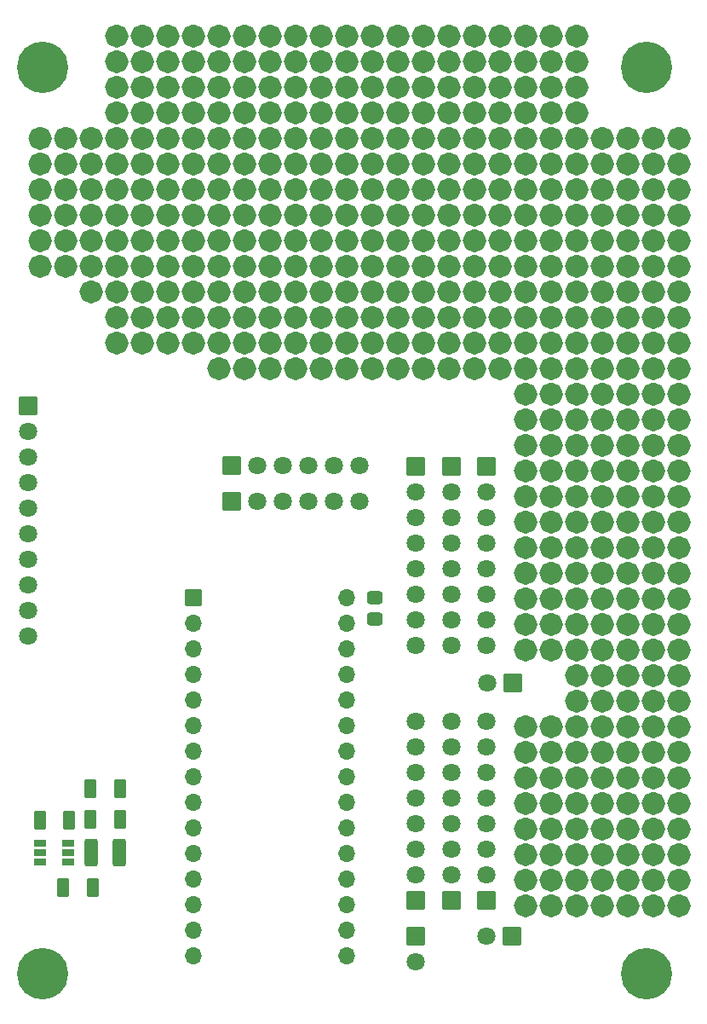
<source format=gbr>
%TF.GenerationSoftware,KiCad,Pcbnew,9.0.1*%
%TF.CreationDate,2025-05-07T09:52:16-04:00*%
%TF.ProjectId,BREAD_Slice_headerProto,42524541-445f-4536-9c69-63655f686561,rev?*%
%TF.SameCoordinates,PX74eba40PY8552dc0*%
%TF.FileFunction,Soldermask,Bot*%
%TF.FilePolarity,Negative*%
%FSLAX46Y46*%
G04 Gerber Fmt 4.6, Leading zero omitted, Abs format (unit mm)*
G04 Created by KiCad (PCBNEW 9.0.1) date 2025-05-07 09:52:16*
%MOMM*%
%LPD*%
G01*
G04 APERTURE LIST*
G04 Aperture macros list*
%AMRoundRect*
0 Rectangle with rounded corners*
0 $1 Rounding radius*
0 $2 $3 $4 $5 $6 $7 $8 $9 X,Y pos of 4 corners*
0 Add a 4 corners polygon primitive as box body*
4,1,4,$2,$3,$4,$5,$6,$7,$8,$9,$2,$3,0*
0 Add four circle primitives for the rounded corners*
1,1,$1+$1,$2,$3*
1,1,$1+$1,$4,$5*
1,1,$1+$1,$6,$7*
1,1,$1+$1,$8,$9*
0 Add four rect primitives between the rounded corners*
20,1,$1+$1,$2,$3,$4,$5,0*
20,1,$1+$1,$4,$5,$6,$7,0*
20,1,$1+$1,$6,$7,$8,$9,0*
20,1,$1+$1,$8,$9,$2,$3,0*%
G04 Aperture macros list end*
%ADD10C,1.152588*%
%ADD11RoundRect,0.050000X-0.850000X-0.850000X0.850000X-0.850000X0.850000X0.850000X-0.850000X0.850000X0*%
%ADD12C,1.800000*%
%ADD13C,5.100000*%
%ADD14RoundRect,0.050000X-0.800000X-0.800000X0.800000X-0.800000X0.800000X0.800000X-0.800000X0.800000X0*%
%ADD15O,1.700000X1.700000*%
%ADD16RoundRect,0.050000X0.850000X-0.850000X0.850000X0.850000X-0.850000X0.850000X-0.850000X-0.850000X0*%
%ADD17RoundRect,0.050000X-0.850000X0.850000X-0.850000X-0.850000X0.850000X-0.850000X0.850000X0.850000X0*%
%ADD18RoundRect,0.050000X0.850000X0.850000X-0.850000X0.850000X-0.850000X-0.850000X0.850000X-0.850000X0*%
%ADD19RoundRect,0.271739X0.353261X0.678261X-0.353261X0.678261X-0.353261X-0.678261X0.353261X-0.678261X0*%
%ADD20RoundRect,0.271277X-0.503723X0.366223X-0.503723X-0.366223X0.503723X-0.366223X0.503723X0.366223X0*%
%ADD21RoundRect,0.271739X-0.353261X-0.678261X0.353261X-0.678261X0.353261X0.678261X-0.353261X0.678261X0*%
%ADD22RoundRect,0.050000X-0.552450X-0.254000X0.552450X-0.254000X0.552450X0.254000X-0.552450X0.254000X0*%
%ADD23RoundRect,0.270000X-0.405000X-1.105000X0.405000X-1.105000X0.405000X1.105000X-0.405000X1.105000X0*%
%ADD24C,1.600000*%
G04 APERTURE END LIST*
D10*
X56136294Y54950000D02*
G75*
G02*
X54983706Y54950000I-576294J0D01*
G01*
X54983706Y54950000D02*
G75*
G02*
X56136294Y54950000I576294J0D01*
G01*
X58676294Y47330000D02*
G75*
G02*
X57523706Y47330000I-576294J0D01*
G01*
X57523706Y47330000D02*
G75*
G02*
X58676294Y47330000I576294J0D01*
G01*
X33276294Y90510000D02*
G75*
G02*
X32123706Y90510000I-576294J0D01*
G01*
X32123706Y90510000D02*
G75*
G02*
X33276294Y90510000I576294J0D01*
G01*
X53596294Y72730000D02*
G75*
G02*
X52443706Y72730000I-576294J0D01*
G01*
X52443706Y72730000D02*
G75*
G02*
X53596294Y72730000I576294J0D01*
G01*
X48516294Y80350000D02*
G75*
G02*
X47363706Y80350000I-576294J0D01*
G01*
X47363706Y80350000D02*
G75*
G02*
X48516294Y80350000I576294J0D01*
G01*
X10416294Y80350000D02*
G75*
G02*
X9263706Y80350000I-576294J0D01*
G01*
X9263706Y80350000D02*
G75*
G02*
X10416294Y80350000I576294J0D01*
G01*
X56136294Y49870000D02*
G75*
G02*
X54983706Y49870000I-576294J0D01*
G01*
X54983706Y49870000D02*
G75*
G02*
X56136294Y49870000I576294J0D01*
G01*
X25656294Y80350000D02*
G75*
G02*
X24503706Y80350000I-576294J0D01*
G01*
X24503706Y80350000D02*
G75*
G02*
X25656294Y80350000I576294J0D01*
G01*
X61216294Y54950000D02*
G75*
G02*
X60063706Y54950000I-576294J0D01*
G01*
X60063706Y54950000D02*
G75*
G02*
X61216294Y54950000I576294J0D01*
G01*
X48516294Y90510000D02*
G75*
G02*
X47363706Y90510000I-576294J0D01*
G01*
X47363706Y90510000D02*
G75*
G02*
X48516294Y90510000I576294J0D01*
G01*
X63756294Y87970000D02*
G75*
G02*
X62603706Y87970000I-576294J0D01*
G01*
X62603706Y87970000D02*
G75*
G02*
X63756294Y87970000I576294J0D01*
G01*
X68836294Y37170000D02*
G75*
G02*
X67683706Y37170000I-576294J0D01*
G01*
X67683706Y37170000D02*
G75*
G02*
X68836294Y37170000I576294J0D01*
G01*
X51056294Y85430000D02*
G75*
G02*
X49903706Y85430000I-576294J0D01*
G01*
X49903706Y85430000D02*
G75*
G02*
X51056294Y85430000I576294J0D01*
G01*
X61216294Y80350000D02*
G75*
G02*
X60063706Y80350000I-576294J0D01*
G01*
X60063706Y80350000D02*
G75*
G02*
X61216294Y80350000I576294J0D01*
G01*
X58676294Y11770000D02*
G75*
G02*
X57523706Y11770000I-576294J0D01*
G01*
X57523706Y11770000D02*
G75*
G02*
X58676294Y11770000I576294J0D01*
G01*
X18036294Y70190000D02*
G75*
G02*
X16883706Y70190000I-576294J0D01*
G01*
X16883706Y70190000D02*
G75*
G02*
X18036294Y70190000I576294J0D01*
G01*
X53596294Y37170000D02*
G75*
G02*
X52443706Y37170000I-576294J0D01*
G01*
X52443706Y37170000D02*
G75*
G02*
X53596294Y37170000I576294J0D01*
G01*
X30736294Y70190000D02*
G75*
G02*
X29583706Y70190000I-576294J0D01*
G01*
X29583706Y70190000D02*
G75*
G02*
X30736294Y70190000I576294J0D01*
G01*
X68836294Y72730000D02*
G75*
G02*
X67683706Y72730000I-576294J0D01*
G01*
X67683706Y72730000D02*
G75*
G02*
X68836294Y72730000I576294J0D01*
G01*
X43436294Y67650000D02*
G75*
G02*
X42283706Y67650000I-576294J0D01*
G01*
X42283706Y67650000D02*
G75*
G02*
X43436294Y67650000I576294J0D01*
G01*
X23116294Y72730000D02*
G75*
G02*
X21963706Y72730000I-576294J0D01*
G01*
X21963706Y72730000D02*
G75*
G02*
X23116294Y72730000I576294J0D01*
G01*
X5338882Y87970000D02*
G75*
G02*
X4186294Y87970000I-576294J0D01*
G01*
X4186294Y87970000D02*
G75*
G02*
X5338882Y87970000I576294J0D01*
G01*
X40896294Y93050000D02*
G75*
G02*
X39743706Y93050000I-576294J0D01*
G01*
X39743706Y93050000D02*
G75*
G02*
X40896294Y93050000I576294J0D01*
G01*
X28196294Y85430000D02*
G75*
G02*
X27043706Y85430000I-576294J0D01*
G01*
X27043706Y85430000D02*
G75*
G02*
X28196294Y85430000I576294J0D01*
G01*
X56136294Y90510000D02*
G75*
G02*
X54983706Y90510000I-576294J0D01*
G01*
X54983706Y90510000D02*
G75*
G02*
X56136294Y90510000I576294J0D01*
G01*
X15496294Y90510000D02*
G75*
G02*
X14343706Y90510000I-576294J0D01*
G01*
X14343706Y90510000D02*
G75*
G02*
X15496294Y90510000I576294J0D01*
G01*
X30736294Y72730000D02*
G75*
G02*
X29583706Y72730000I-576294J0D01*
G01*
X29583706Y72730000D02*
G75*
G02*
X30736294Y72730000I576294J0D01*
G01*
X58676294Y52410000D02*
G75*
G02*
X57523706Y52410000I-576294J0D01*
G01*
X57523706Y52410000D02*
G75*
G02*
X58676294Y52410000I576294J0D01*
G01*
X51056294Y90510000D02*
G75*
G02*
X49903706Y90510000I-576294J0D01*
G01*
X49903706Y90510000D02*
G75*
G02*
X51056294Y90510000I576294J0D01*
G01*
X43436294Y75270000D02*
G75*
G02*
X42283706Y75270000I-576294J0D01*
G01*
X42283706Y75270000D02*
G75*
G02*
X43436294Y75270000I576294J0D01*
G01*
X15496294Y80350000D02*
G75*
G02*
X14343706Y80350000I-576294J0D01*
G01*
X14343706Y80350000D02*
G75*
G02*
X15496294Y80350000I576294J0D01*
G01*
X38356294Y72730000D02*
G75*
G02*
X37203706Y72730000I-576294J0D01*
G01*
X37203706Y72730000D02*
G75*
G02*
X38356294Y72730000I576294J0D01*
G01*
X58676294Y80350000D02*
G75*
G02*
X57523706Y80350000I-576294J0D01*
G01*
X57523706Y80350000D02*
G75*
G02*
X58676294Y80350000I576294J0D01*
G01*
X58676294Y75270000D02*
G75*
G02*
X57523706Y75270000I-576294J0D01*
G01*
X57523706Y75270000D02*
G75*
G02*
X58676294Y75270000I576294J0D01*
G01*
X66296294Y85430000D02*
G75*
G02*
X65143706Y85430000I-576294J0D01*
G01*
X65143706Y85430000D02*
G75*
G02*
X66296294Y85430000I576294J0D01*
G01*
X33276294Y75270000D02*
G75*
G02*
X32123706Y75270000I-576294J0D01*
G01*
X32123706Y75270000D02*
G75*
G02*
X33276294Y75270000I576294J0D01*
G01*
X25656294Y95590000D02*
G75*
G02*
X24503706Y95590000I-576294J0D01*
G01*
X24503706Y95590000D02*
G75*
G02*
X25656294Y95590000I576294J0D01*
G01*
X68836294Y14310000D02*
G75*
G02*
X67683706Y14310000I-576294J0D01*
G01*
X67683706Y14310000D02*
G75*
G02*
X68836294Y14310000I576294J0D01*
G01*
X30736294Y80350000D02*
G75*
G02*
X29583706Y80350000I-576294J0D01*
G01*
X29583706Y80350000D02*
G75*
G02*
X30736294Y80350000I576294J0D01*
G01*
X33276294Y77810000D02*
G75*
G02*
X32123706Y77810000I-576294J0D01*
G01*
X32123706Y77810000D02*
G75*
G02*
X33276294Y77810000I576294J0D01*
G01*
X43436294Y85430000D02*
G75*
G02*
X42283706Y85430000I-576294J0D01*
G01*
X42283706Y85430000D02*
G75*
G02*
X43436294Y85430000I576294J0D01*
G01*
X53596294Y21930000D02*
G75*
G02*
X52443706Y21930000I-576294J0D01*
G01*
X52443706Y21930000D02*
G75*
G02*
X53596294Y21930000I576294J0D01*
G01*
X61216294Y62570000D02*
G75*
G02*
X60063706Y62570000I-576294J0D01*
G01*
X60063706Y62570000D02*
G75*
G02*
X61216294Y62570000I576294J0D01*
G01*
X53596294Y87970000D02*
G75*
G02*
X52443706Y87970000I-576294J0D01*
G01*
X52443706Y87970000D02*
G75*
G02*
X53596294Y87970000I576294J0D01*
G01*
X58676294Y19390000D02*
G75*
G02*
X57523706Y19390000I-576294J0D01*
G01*
X57523706Y19390000D02*
G75*
G02*
X58676294Y19390000I576294J0D01*
G01*
X15496294Y95590000D02*
G75*
G02*
X14343706Y95590000I-576294J0D01*
G01*
X14343706Y95590000D02*
G75*
G02*
X15496294Y95590000I576294J0D01*
G01*
X63756294Y21930000D02*
G75*
G02*
X62603706Y21930000I-576294J0D01*
G01*
X62603706Y21930000D02*
G75*
G02*
X63756294Y21930000I576294J0D01*
G01*
X58676294Y49870000D02*
G75*
G02*
X57523706Y49870000I-576294J0D01*
G01*
X57523706Y49870000D02*
G75*
G02*
X58676294Y49870000I576294J0D01*
G01*
X66296294Y39710000D02*
G75*
G02*
X65143706Y39710000I-576294J0D01*
G01*
X65143706Y39710000D02*
G75*
G02*
X66296294Y39710000I576294J0D01*
G01*
X68836294Y42250000D02*
G75*
G02*
X67683706Y42250000I-576294J0D01*
G01*
X67683706Y42250000D02*
G75*
G02*
X68836294Y42250000I576294J0D01*
G01*
X48516294Y87970000D02*
G75*
G02*
X47363706Y87970000I-576294J0D01*
G01*
X47363706Y87970000D02*
G75*
G02*
X48516294Y87970000I576294J0D01*
G01*
X68836294Y39710000D02*
G75*
G02*
X67683706Y39710000I-576294J0D01*
G01*
X67683706Y39710000D02*
G75*
G02*
X68836294Y39710000I576294J0D01*
G01*
X30736294Y95590000D02*
G75*
G02*
X29583706Y95590000I-576294J0D01*
G01*
X29583706Y95590000D02*
G75*
G02*
X30736294Y95590000I576294J0D01*
G01*
X66296294Y62570000D02*
G75*
G02*
X65143706Y62570000I-576294J0D01*
G01*
X65143706Y62570000D02*
G75*
G02*
X66296294Y62570000I576294J0D01*
G01*
X7878882Y80350000D02*
G75*
G02*
X6726294Y80350000I-576294J0D01*
G01*
X6726294Y80350000D02*
G75*
G02*
X7878882Y80350000I576294J0D01*
G01*
X66296294Y60030000D02*
G75*
G02*
X65143706Y60030000I-576294J0D01*
G01*
X65143706Y60030000D02*
G75*
G02*
X66296294Y60030000I576294J0D01*
G01*
X12956294Y70190000D02*
G75*
G02*
X11803706Y70190000I-576294J0D01*
G01*
X11803706Y70190000D02*
G75*
G02*
X12956294Y70190000I576294J0D01*
G01*
X63756294Y19390000D02*
G75*
G02*
X62603706Y19390000I-576294J0D01*
G01*
X62603706Y19390000D02*
G75*
G02*
X63756294Y19390000I576294J0D01*
G01*
X20576294Y95590000D02*
G75*
G02*
X19423706Y95590000I-576294J0D01*
G01*
X19423706Y95590000D02*
G75*
G02*
X20576294Y95590000I576294J0D01*
G01*
X58676294Y87970000D02*
G75*
G02*
X57523706Y87970000I-576294J0D01*
G01*
X57523706Y87970000D02*
G75*
G02*
X58676294Y87970000I576294J0D01*
G01*
X68836294Y47330000D02*
G75*
G02*
X67683706Y47330000I-576294J0D01*
G01*
X67683706Y47330000D02*
G75*
G02*
X68836294Y47330000I576294J0D01*
G01*
X45976294Y95590000D02*
G75*
G02*
X44823706Y95590000I-576294J0D01*
G01*
X44823706Y95590000D02*
G75*
G02*
X45976294Y95590000I576294J0D01*
G01*
X38356294Y70190000D02*
G75*
G02*
X37203706Y70190000I-576294J0D01*
G01*
X37203706Y70190000D02*
G75*
G02*
X38356294Y70190000I576294J0D01*
G01*
X40896294Y65110000D02*
G75*
G02*
X39743706Y65110000I-576294J0D01*
G01*
X39743706Y65110000D02*
G75*
G02*
X40896294Y65110000I576294J0D01*
G01*
X53596294Y62570000D02*
G75*
G02*
X52443706Y62570000I-576294J0D01*
G01*
X52443706Y62570000D02*
G75*
G02*
X53596294Y62570000I576294J0D01*
G01*
X28196294Y75270000D02*
G75*
G02*
X27043706Y75270000I-576294J0D01*
G01*
X27043706Y75270000D02*
G75*
G02*
X28196294Y75270000I576294J0D01*
G01*
X12956294Y90510000D02*
G75*
G02*
X11803706Y90510000I-576294J0D01*
G01*
X11803706Y90510000D02*
G75*
G02*
X12956294Y90510000I576294J0D01*
G01*
X66296294Y24470000D02*
G75*
G02*
X65143706Y24470000I-576294J0D01*
G01*
X65143706Y24470000D02*
G75*
G02*
X66296294Y24470000I576294J0D01*
G01*
X53596294Y65110000D02*
G75*
G02*
X52443706Y65110000I-576294J0D01*
G01*
X52443706Y65110000D02*
G75*
G02*
X53596294Y65110000I576294J0D01*
G01*
X68836294Y11770000D02*
G75*
G02*
X67683706Y11770000I-576294J0D01*
G01*
X67683706Y11770000D02*
G75*
G02*
X68836294Y11770000I576294J0D01*
G01*
X15496294Y72730000D02*
G75*
G02*
X14343706Y72730000I-576294J0D01*
G01*
X14343706Y72730000D02*
G75*
G02*
X15496294Y72730000I576294J0D01*
G01*
X58676294Y67650000D02*
G75*
G02*
X57523706Y67650000I-576294J0D01*
G01*
X57523706Y67650000D02*
G75*
G02*
X58676294Y67650000I576294J0D01*
G01*
X25656294Y65110000D02*
G75*
G02*
X24503706Y65110000I-576294J0D01*
G01*
X24503706Y65110000D02*
G75*
G02*
X25656294Y65110000I576294J0D01*
G01*
X58676294Y54950000D02*
G75*
G02*
X57523706Y54950000I-576294J0D01*
G01*
X57523706Y54950000D02*
G75*
G02*
X58676294Y54950000I576294J0D01*
G01*
X30736294Y82890000D02*
G75*
G02*
X29583706Y82890000I-576294J0D01*
G01*
X29583706Y82890000D02*
G75*
G02*
X30736294Y82890000I576294J0D01*
G01*
X48516294Y65110000D02*
G75*
G02*
X47363706Y65110000I-576294J0D01*
G01*
X47363706Y65110000D02*
G75*
G02*
X48516294Y65110000I576294J0D01*
G01*
X63756294Y65110000D02*
G75*
G02*
X62603706Y65110000I-576294J0D01*
G01*
X62603706Y65110000D02*
G75*
G02*
X63756294Y65110000I576294J0D01*
G01*
X68836294Y82890000D02*
G75*
G02*
X67683706Y82890000I-576294J0D01*
G01*
X67683706Y82890000D02*
G75*
G02*
X68836294Y82890000I576294J0D01*
G01*
X33276294Y72730000D02*
G75*
G02*
X32123706Y72730000I-576294J0D01*
G01*
X32123706Y72730000D02*
G75*
G02*
X33276294Y72730000I576294J0D01*
G01*
X40896294Y82890000D02*
G75*
G02*
X39743706Y82890000I-576294J0D01*
G01*
X39743706Y82890000D02*
G75*
G02*
X40896294Y82890000I576294J0D01*
G01*
X63756294Y39710000D02*
G75*
G02*
X62603706Y39710000I-576294J0D01*
G01*
X62603706Y39710000D02*
G75*
G02*
X63756294Y39710000I576294J0D01*
G01*
X56136294Y39710000D02*
G75*
G02*
X54983706Y39710000I-576294J0D01*
G01*
X54983706Y39710000D02*
G75*
G02*
X56136294Y39710000I576294J0D01*
G01*
X23116294Y95590000D02*
G75*
G02*
X21963706Y95590000I-576294J0D01*
G01*
X21963706Y95590000D02*
G75*
G02*
X23116294Y95590000I576294J0D01*
G01*
X30736294Y93050000D02*
G75*
G02*
X29583706Y93050000I-576294J0D01*
G01*
X29583706Y93050000D02*
G75*
G02*
X30736294Y93050000I576294J0D01*
G01*
X48516294Y67650000D02*
G75*
G02*
X47363706Y67650000I-576294J0D01*
G01*
X47363706Y67650000D02*
G75*
G02*
X48516294Y67650000I576294J0D01*
G01*
X28196294Y65110000D02*
G75*
G02*
X27043706Y65110000I-576294J0D01*
G01*
X27043706Y65110000D02*
G75*
G02*
X28196294Y65110000I576294J0D01*
G01*
X20576294Y87970000D02*
G75*
G02*
X19423706Y87970000I-576294J0D01*
G01*
X19423706Y87970000D02*
G75*
G02*
X20576294Y87970000I576294J0D01*
G01*
X63756294Y52410000D02*
G75*
G02*
X62603706Y52410000I-576294J0D01*
G01*
X62603706Y52410000D02*
G75*
G02*
X63756294Y52410000I576294J0D01*
G01*
X68836294Y27010000D02*
G75*
G02*
X67683706Y27010000I-576294J0D01*
G01*
X67683706Y27010000D02*
G75*
G02*
X68836294Y27010000I576294J0D01*
G01*
X25656294Y75270000D02*
G75*
G02*
X24503706Y75270000I-576294J0D01*
G01*
X24503706Y75270000D02*
G75*
G02*
X25656294Y75270000I576294J0D01*
G01*
X56136294Y24470000D02*
G75*
G02*
X54983706Y24470000I-576294J0D01*
G01*
X54983706Y24470000D02*
G75*
G02*
X56136294Y24470000I576294J0D01*
G01*
X61216294Y19390000D02*
G75*
G02*
X60063706Y19390000I-576294J0D01*
G01*
X60063706Y19390000D02*
G75*
G02*
X61216294Y19390000I576294J0D01*
G01*
X33276294Y93050000D02*
G75*
G02*
X32123706Y93050000I-576294J0D01*
G01*
X32123706Y93050000D02*
G75*
G02*
X33276294Y93050000I576294J0D01*
G01*
X43436294Y65110000D02*
G75*
G02*
X42283706Y65110000I-576294J0D01*
G01*
X42283706Y65110000D02*
G75*
G02*
X43436294Y65110000I576294J0D01*
G01*
X7878882Y82890000D02*
G75*
G02*
X6726294Y82890000I-576294J0D01*
G01*
X6726294Y82890000D02*
G75*
G02*
X7878882Y82890000I576294J0D01*
G01*
X63756294Y24470000D02*
G75*
G02*
X62603706Y24470000I-576294J0D01*
G01*
X62603706Y24470000D02*
G75*
G02*
X63756294Y24470000I576294J0D01*
G01*
X45976294Y70190000D02*
G75*
G02*
X44823706Y70190000I-576294J0D01*
G01*
X44823706Y70190000D02*
G75*
G02*
X45976294Y70190000I576294J0D01*
G01*
X20576294Y72730000D02*
G75*
G02*
X19423706Y72730000I-576294J0D01*
G01*
X19423706Y72730000D02*
G75*
G02*
X20576294Y72730000I576294J0D01*
G01*
X40896294Y77810000D02*
G75*
G02*
X39743706Y77810000I-576294J0D01*
G01*
X39743706Y77810000D02*
G75*
G02*
X40896294Y77810000I576294J0D01*
G01*
X68836294Y29550000D02*
G75*
G02*
X67683706Y29550000I-576294J0D01*
G01*
X67683706Y29550000D02*
G75*
G02*
X68836294Y29550000I576294J0D01*
G01*
X35816294Y98130000D02*
G75*
G02*
X34663706Y98130000I-576294J0D01*
G01*
X34663706Y98130000D02*
G75*
G02*
X35816294Y98130000I576294J0D01*
G01*
X58676294Y72730000D02*
G75*
G02*
X57523706Y72730000I-576294J0D01*
G01*
X57523706Y72730000D02*
G75*
G02*
X58676294Y72730000I576294J0D01*
G01*
X61216294Y67650000D02*
G75*
G02*
X60063706Y67650000I-576294J0D01*
G01*
X60063706Y67650000D02*
G75*
G02*
X61216294Y67650000I576294J0D01*
G01*
X28196294Y82890000D02*
G75*
G02*
X27043706Y82890000I-576294J0D01*
G01*
X27043706Y82890000D02*
G75*
G02*
X28196294Y82890000I576294J0D01*
G01*
X61216294Y75270000D02*
G75*
G02*
X60063706Y75270000I-576294J0D01*
G01*
X60063706Y75270000D02*
G75*
G02*
X61216294Y75270000I576294J0D01*
G01*
X61216294Y47330000D02*
G75*
G02*
X60063706Y47330000I-576294J0D01*
G01*
X60063706Y47330000D02*
G75*
G02*
X61216294Y47330000I576294J0D01*
G01*
X66296294Y32090000D02*
G75*
G02*
X65143706Y32090000I-576294J0D01*
G01*
X65143706Y32090000D02*
G75*
G02*
X66296294Y32090000I576294J0D01*
G01*
X68836294Y49870000D02*
G75*
G02*
X67683706Y49870000I-576294J0D01*
G01*
X67683706Y49870000D02*
G75*
G02*
X68836294Y49870000I576294J0D01*
G01*
X20576294Y77810000D02*
G75*
G02*
X19423706Y77810000I-576294J0D01*
G01*
X19423706Y77810000D02*
G75*
G02*
X20576294Y77810000I576294J0D01*
G01*
X28196294Y70190000D02*
G75*
G02*
X27043706Y70190000I-576294J0D01*
G01*
X27043706Y70190000D02*
G75*
G02*
X28196294Y70190000I576294J0D01*
G01*
X45976294Y93050000D02*
G75*
G02*
X44823706Y93050000I-576294J0D01*
G01*
X44823706Y93050000D02*
G75*
G02*
X45976294Y93050000I576294J0D01*
G01*
X38356294Y82890000D02*
G75*
G02*
X37203706Y82890000I-576294J0D01*
G01*
X37203706Y82890000D02*
G75*
G02*
X38356294Y82890000I576294J0D01*
G01*
X23116294Y93050000D02*
G75*
G02*
X21963706Y93050000I-576294J0D01*
G01*
X21963706Y93050000D02*
G75*
G02*
X23116294Y93050000I576294J0D01*
G01*
X53596294Y67650000D02*
G75*
G02*
X52443706Y67650000I-576294J0D01*
G01*
X52443706Y67650000D02*
G75*
G02*
X53596294Y67650000I576294J0D01*
G01*
X15496294Y70190000D02*
G75*
G02*
X14343706Y70190000I-576294J0D01*
G01*
X14343706Y70190000D02*
G75*
G02*
X15496294Y70190000I576294J0D01*
G01*
X12956294Y67650000D02*
G75*
G02*
X11803706Y67650000I-576294J0D01*
G01*
X11803706Y67650000D02*
G75*
G02*
X12956294Y67650000I576294J0D01*
G01*
X63756294Y47330000D02*
G75*
G02*
X62603706Y47330000I-576294J0D01*
G01*
X62603706Y47330000D02*
G75*
G02*
X63756294Y47330000I576294J0D01*
G01*
X66296294Y75270000D02*
G75*
G02*
X65143706Y75270000I-576294J0D01*
G01*
X65143706Y75270000D02*
G75*
G02*
X66296294Y75270000I576294J0D01*
G01*
X56136294Y67650000D02*
G75*
G02*
X54983706Y67650000I-576294J0D01*
G01*
X54983706Y67650000D02*
G75*
G02*
X56136294Y67650000I576294J0D01*
G01*
X63756294Y75270000D02*
G75*
G02*
X62603706Y75270000I-576294J0D01*
G01*
X62603706Y75270000D02*
G75*
G02*
X63756294Y75270000I576294J0D01*
G01*
X33276294Y67650000D02*
G75*
G02*
X32123706Y67650000I-576294J0D01*
G01*
X32123706Y67650000D02*
G75*
G02*
X33276294Y67650000I576294J0D01*
G01*
X58676294Y77810000D02*
G75*
G02*
X57523706Y77810000I-576294J0D01*
G01*
X57523706Y77810000D02*
G75*
G02*
X58676294Y77810000I576294J0D01*
G01*
X48516294Y95590000D02*
G75*
G02*
X47363706Y95590000I-576294J0D01*
G01*
X47363706Y95590000D02*
G75*
G02*
X48516294Y95590000I576294J0D01*
G01*
X51056294Y80350000D02*
G75*
G02*
X49903706Y80350000I-576294J0D01*
G01*
X49903706Y80350000D02*
G75*
G02*
X51056294Y80350000I576294J0D01*
G01*
X10416294Y77810000D02*
G75*
G02*
X9263706Y77810000I-576294J0D01*
G01*
X9263706Y77810000D02*
G75*
G02*
X10416294Y77810000I576294J0D01*
G01*
X61216294Y49870000D02*
G75*
G02*
X60063706Y49870000I-576294J0D01*
G01*
X60063706Y49870000D02*
G75*
G02*
X61216294Y49870000I576294J0D01*
G01*
X28196294Y72730000D02*
G75*
G02*
X27043706Y72730000I-576294J0D01*
G01*
X27043706Y72730000D02*
G75*
G02*
X28196294Y72730000I576294J0D01*
G01*
X38356294Y85430000D02*
G75*
G02*
X37203706Y85430000I-576294J0D01*
G01*
X37203706Y85430000D02*
G75*
G02*
X38356294Y85430000I576294J0D01*
G01*
X61216294Y24470000D02*
G75*
G02*
X60063706Y24470000I-576294J0D01*
G01*
X60063706Y24470000D02*
G75*
G02*
X61216294Y24470000I576294J0D01*
G01*
X18036294Y87970000D02*
G75*
G02*
X16883706Y87970000I-576294J0D01*
G01*
X16883706Y87970000D02*
G75*
G02*
X18036294Y87970000I576294J0D01*
G01*
X68836294Y57490000D02*
G75*
G02*
X67683706Y57490000I-576294J0D01*
G01*
X67683706Y57490000D02*
G75*
G02*
X68836294Y57490000I576294J0D01*
G01*
X66296294Y70190000D02*
G75*
G02*
X65143706Y70190000I-576294J0D01*
G01*
X65143706Y70190000D02*
G75*
G02*
X66296294Y70190000I576294J0D01*
G01*
X63756294Y27010000D02*
G75*
G02*
X62603706Y27010000I-576294J0D01*
G01*
X62603706Y27010000D02*
G75*
G02*
X63756294Y27010000I576294J0D01*
G01*
X63756294Y34630000D02*
G75*
G02*
X62603706Y34630000I-576294J0D01*
G01*
X62603706Y34630000D02*
G75*
G02*
X63756294Y34630000I576294J0D01*
G01*
X53596294Y60030000D02*
G75*
G02*
X52443706Y60030000I-576294J0D01*
G01*
X52443706Y60030000D02*
G75*
G02*
X53596294Y60030000I576294J0D01*
G01*
X35816294Y75270000D02*
G75*
G02*
X34663706Y75270000I-576294J0D01*
G01*
X34663706Y75270000D02*
G75*
G02*
X35816294Y75270000I576294J0D01*
G01*
X66296294Y47330000D02*
G75*
G02*
X65143706Y47330000I-576294J0D01*
G01*
X65143706Y47330000D02*
G75*
G02*
X66296294Y47330000I576294J0D01*
G01*
X61216294Y32090000D02*
G75*
G02*
X60063706Y32090000I-576294J0D01*
G01*
X60063706Y32090000D02*
G75*
G02*
X61216294Y32090000I576294J0D01*
G01*
X20576294Y82890000D02*
G75*
G02*
X19423706Y82890000I-576294J0D01*
G01*
X19423706Y82890000D02*
G75*
G02*
X20576294Y82890000I576294J0D01*
G01*
X58676294Y21930000D02*
G75*
G02*
X57523706Y21930000I-576294J0D01*
G01*
X57523706Y21930000D02*
G75*
G02*
X58676294Y21930000I576294J0D01*
G01*
X56136294Y29550000D02*
G75*
G02*
X54983706Y29550000I-576294J0D01*
G01*
X54983706Y29550000D02*
G75*
G02*
X56136294Y29550000I576294J0D01*
G01*
X63756294Y11770000D02*
G75*
G02*
X62603706Y11770000I-576294J0D01*
G01*
X62603706Y11770000D02*
G75*
G02*
X63756294Y11770000I576294J0D01*
G01*
X18036294Y80350000D02*
G75*
G02*
X16883706Y80350000I-576294J0D01*
G01*
X16883706Y80350000D02*
G75*
G02*
X18036294Y80350000I576294J0D01*
G01*
X23116294Y70190000D02*
G75*
G02*
X21963706Y70190000I-576294J0D01*
G01*
X21963706Y70190000D02*
G75*
G02*
X23116294Y70190000I576294J0D01*
G01*
X33276294Y85430000D02*
G75*
G02*
X32123706Y85430000I-576294J0D01*
G01*
X32123706Y85430000D02*
G75*
G02*
X33276294Y85430000I576294J0D01*
G01*
X53596294Y29550000D02*
G75*
G02*
X52443706Y29550000I-576294J0D01*
G01*
X52443706Y29550000D02*
G75*
G02*
X53596294Y29550000I576294J0D01*
G01*
X18036294Y75270000D02*
G75*
G02*
X16883706Y75270000I-576294J0D01*
G01*
X16883706Y75270000D02*
G75*
G02*
X18036294Y75270000I576294J0D01*
G01*
X15496294Y85430000D02*
G75*
G02*
X14343706Y85430000I-576294J0D01*
G01*
X14343706Y85430000D02*
G75*
G02*
X15496294Y85430000I576294J0D01*
G01*
X18036294Y77810000D02*
G75*
G02*
X16883706Y77810000I-576294J0D01*
G01*
X16883706Y77810000D02*
G75*
G02*
X18036294Y77810000I576294J0D01*
G01*
X58676294Y39710000D02*
G75*
G02*
X57523706Y39710000I-576294J0D01*
G01*
X57523706Y39710000D02*
G75*
G02*
X58676294Y39710000I576294J0D01*
G01*
X23116294Y65110000D02*
G75*
G02*
X21963706Y65110000I-576294J0D01*
G01*
X21963706Y65110000D02*
G75*
G02*
X23116294Y65110000I576294J0D01*
G01*
X40896294Y85430000D02*
G75*
G02*
X39743706Y85430000I-576294J0D01*
G01*
X39743706Y85430000D02*
G75*
G02*
X40896294Y85430000I576294J0D01*
G01*
X53596294Y52410000D02*
G75*
G02*
X52443706Y52410000I-576294J0D01*
G01*
X52443706Y52410000D02*
G75*
G02*
X53596294Y52410000I576294J0D01*
G01*
X63756294Y37170000D02*
G75*
G02*
X62603706Y37170000I-576294J0D01*
G01*
X62603706Y37170000D02*
G75*
G02*
X63756294Y37170000I576294J0D01*
G01*
X7878882Y75270000D02*
G75*
G02*
X6726294Y75270000I-576294J0D01*
G01*
X6726294Y75270000D02*
G75*
G02*
X7878882Y75270000I576294J0D01*
G01*
X12956294Y87970000D02*
G75*
G02*
X11803706Y87970000I-576294J0D01*
G01*
X11803706Y87970000D02*
G75*
G02*
X12956294Y87970000I576294J0D01*
G01*
X48516294Y72730000D02*
G75*
G02*
X47363706Y72730000I-576294J0D01*
G01*
X47363706Y72730000D02*
G75*
G02*
X48516294Y72730000I576294J0D01*
G01*
X33276294Y65110000D02*
G75*
G02*
X32123706Y65110000I-576294J0D01*
G01*
X32123706Y65110000D02*
G75*
G02*
X33276294Y65110000I576294J0D01*
G01*
X12956294Y95590000D02*
G75*
G02*
X11803706Y95590000I-576294J0D01*
G01*
X11803706Y95590000D02*
G75*
G02*
X12956294Y95590000I576294J0D01*
G01*
X68836294Y21930000D02*
G75*
G02*
X67683706Y21930000I-576294J0D01*
G01*
X67683706Y21930000D02*
G75*
G02*
X68836294Y21930000I576294J0D01*
G01*
X25656294Y90510000D02*
G75*
G02*
X24503706Y90510000I-576294J0D01*
G01*
X24503706Y90510000D02*
G75*
G02*
X25656294Y90510000I576294J0D01*
G01*
X58676294Y42250000D02*
G75*
G02*
X57523706Y42250000I-576294J0D01*
G01*
X57523706Y42250000D02*
G75*
G02*
X58676294Y42250000I576294J0D01*
G01*
X45976294Y77810000D02*
G75*
G02*
X44823706Y77810000I-576294J0D01*
G01*
X44823706Y77810000D02*
G75*
G02*
X45976294Y77810000I576294J0D01*
G01*
X40896294Y87970000D02*
G75*
G02*
X39743706Y87970000I-576294J0D01*
G01*
X39743706Y87970000D02*
G75*
G02*
X40896294Y87970000I576294J0D01*
G01*
X61216294Y52410000D02*
G75*
G02*
X60063706Y52410000I-576294J0D01*
G01*
X60063706Y52410000D02*
G75*
G02*
X61216294Y52410000I576294J0D01*
G01*
X28196294Y98130000D02*
G75*
G02*
X27043706Y98130000I-576294J0D01*
G01*
X27043706Y98130000D02*
G75*
G02*
X28196294Y98130000I576294J0D01*
G01*
X12956294Y98130000D02*
G75*
G02*
X11803706Y98130000I-576294J0D01*
G01*
X11803706Y98130000D02*
G75*
G02*
X12956294Y98130000I576294J0D01*
G01*
X40896294Y98130000D02*
G75*
G02*
X39743706Y98130000I-576294J0D01*
G01*
X39743706Y98130000D02*
G75*
G02*
X40896294Y98130000I576294J0D01*
G01*
X20576294Y80350000D02*
G75*
G02*
X19423706Y80350000I-576294J0D01*
G01*
X19423706Y80350000D02*
G75*
G02*
X20576294Y80350000I576294J0D01*
G01*
X28196294Y87970000D02*
G75*
G02*
X27043706Y87970000I-576294J0D01*
G01*
X27043706Y87970000D02*
G75*
G02*
X28196294Y87970000I576294J0D01*
G01*
X40896294Y70190000D02*
G75*
G02*
X39743706Y70190000I-576294J0D01*
G01*
X39743706Y70190000D02*
G75*
G02*
X40896294Y70190000I576294J0D01*
G01*
X58676294Y32090000D02*
G75*
G02*
X57523706Y32090000I-576294J0D01*
G01*
X57523706Y32090000D02*
G75*
G02*
X58676294Y32090000I576294J0D01*
G01*
X53596294Y42250000D02*
G75*
G02*
X52443706Y42250000I-576294J0D01*
G01*
X52443706Y42250000D02*
G75*
G02*
X53596294Y42250000I576294J0D01*
G01*
X43436294Y95590000D02*
G75*
G02*
X42283706Y95590000I-576294J0D01*
G01*
X42283706Y95590000D02*
G75*
G02*
X43436294Y95590000I576294J0D01*
G01*
X12956294Y75270000D02*
G75*
G02*
X11803706Y75270000I-576294J0D01*
G01*
X11803706Y75270000D02*
G75*
G02*
X12956294Y75270000I576294J0D01*
G01*
X66296294Y52410000D02*
G75*
G02*
X65143706Y52410000I-576294J0D01*
G01*
X65143706Y52410000D02*
G75*
G02*
X66296294Y52410000I576294J0D01*
G01*
X23116294Y80350000D02*
G75*
G02*
X21963706Y80350000I-576294J0D01*
G01*
X21963706Y80350000D02*
G75*
G02*
X23116294Y80350000I576294J0D01*
G01*
X66296294Y27010000D02*
G75*
G02*
X65143706Y27010000I-576294J0D01*
G01*
X65143706Y27010000D02*
G75*
G02*
X66296294Y27010000I576294J0D01*
G01*
X63756294Y42250000D02*
G75*
G02*
X62603706Y42250000I-576294J0D01*
G01*
X62603706Y42250000D02*
G75*
G02*
X63756294Y42250000I576294J0D01*
G01*
X58676294Y65110000D02*
G75*
G02*
X57523706Y65110000I-576294J0D01*
G01*
X57523706Y65110000D02*
G75*
G02*
X58676294Y65110000I576294J0D01*
G01*
X51056294Y75270000D02*
G75*
G02*
X49903706Y75270000I-576294J0D01*
G01*
X49903706Y75270000D02*
G75*
G02*
X51056294Y75270000I576294J0D01*
G01*
X48516294Y77810000D02*
G75*
G02*
X47363706Y77810000I-576294J0D01*
G01*
X47363706Y77810000D02*
G75*
G02*
X48516294Y77810000I576294J0D01*
G01*
X28196294Y77810000D02*
G75*
G02*
X27043706Y77810000I-576294J0D01*
G01*
X27043706Y77810000D02*
G75*
G02*
X28196294Y77810000I576294J0D01*
G01*
X56136294Y44790000D02*
G75*
G02*
X54983706Y44790000I-576294J0D01*
G01*
X54983706Y44790000D02*
G75*
G02*
X56136294Y44790000I576294J0D01*
G01*
X53596294Y70190000D02*
G75*
G02*
X52443706Y70190000I-576294J0D01*
G01*
X52443706Y70190000D02*
G75*
G02*
X53596294Y70190000I576294J0D01*
G01*
X56136294Y85430000D02*
G75*
G02*
X54983706Y85430000I-576294J0D01*
G01*
X54983706Y85430000D02*
G75*
G02*
X56136294Y85430000I576294J0D01*
G01*
X66296294Y16850000D02*
G75*
G02*
X65143706Y16850000I-576294J0D01*
G01*
X65143706Y16850000D02*
G75*
G02*
X66296294Y16850000I576294J0D01*
G01*
X61216294Y70190000D02*
G75*
G02*
X60063706Y70190000I-576294J0D01*
G01*
X60063706Y70190000D02*
G75*
G02*
X61216294Y70190000I576294J0D01*
G01*
X5338882Y80350000D02*
G75*
G02*
X4186294Y80350000I-576294J0D01*
G01*
X4186294Y80350000D02*
G75*
G02*
X5338882Y80350000I576294J0D01*
G01*
X38356294Y95590000D02*
G75*
G02*
X37203706Y95590000I-576294J0D01*
G01*
X37203706Y95590000D02*
G75*
G02*
X38356294Y95590000I576294J0D01*
G01*
X40896294Y67650000D02*
G75*
G02*
X39743706Y67650000I-576294J0D01*
G01*
X39743706Y67650000D02*
G75*
G02*
X40896294Y67650000I576294J0D01*
G01*
X63756294Y14310000D02*
G75*
G02*
X62603706Y14310000I-576294J0D01*
G01*
X62603706Y14310000D02*
G75*
G02*
X63756294Y14310000I576294J0D01*
G01*
X28196294Y80350000D02*
G75*
G02*
X27043706Y80350000I-576294J0D01*
G01*
X27043706Y80350000D02*
G75*
G02*
X28196294Y80350000I576294J0D01*
G01*
X30736294Y98130000D02*
G75*
G02*
X29583706Y98130000I-576294J0D01*
G01*
X29583706Y98130000D02*
G75*
G02*
X30736294Y98130000I576294J0D01*
G01*
X15496294Y87970000D02*
G75*
G02*
X14343706Y87970000I-576294J0D01*
G01*
X14343706Y87970000D02*
G75*
G02*
X15496294Y87970000I576294J0D01*
G01*
X20576294Y70190000D02*
G75*
G02*
X19423706Y70190000I-576294J0D01*
G01*
X19423706Y70190000D02*
G75*
G02*
X20576294Y70190000I576294J0D01*
G01*
X56136294Y52410000D02*
G75*
G02*
X54983706Y52410000I-576294J0D01*
G01*
X54983706Y52410000D02*
G75*
G02*
X56136294Y52410000I576294J0D01*
G01*
X7878882Y77810000D02*
G75*
G02*
X6726294Y77810000I-576294J0D01*
G01*
X6726294Y77810000D02*
G75*
G02*
X7878882Y77810000I576294J0D01*
G01*
X28196294Y93050000D02*
G75*
G02*
X27043706Y93050000I-576294J0D01*
G01*
X27043706Y93050000D02*
G75*
G02*
X28196294Y93050000I576294J0D01*
G01*
X23116294Y77810000D02*
G75*
G02*
X21963706Y77810000I-576294J0D01*
G01*
X21963706Y77810000D02*
G75*
G02*
X23116294Y77810000I576294J0D01*
G01*
X56136294Y87970000D02*
G75*
G02*
X54983706Y87970000I-576294J0D01*
G01*
X54983706Y87970000D02*
G75*
G02*
X56136294Y87970000I576294J0D01*
G01*
X45976294Y72730000D02*
G75*
G02*
X44823706Y72730000I-576294J0D01*
G01*
X44823706Y72730000D02*
G75*
G02*
X45976294Y72730000I576294J0D01*
G01*
X53596294Y11770000D02*
G75*
G02*
X52443706Y11770000I-576294J0D01*
G01*
X52443706Y11770000D02*
G75*
G02*
X53596294Y11770000I576294J0D01*
G01*
X61216294Y39710000D02*
G75*
G02*
X60063706Y39710000I-576294J0D01*
G01*
X60063706Y39710000D02*
G75*
G02*
X61216294Y39710000I576294J0D01*
G01*
X43436294Y72730000D02*
G75*
G02*
X42283706Y72730000I-576294J0D01*
G01*
X42283706Y72730000D02*
G75*
G02*
X43436294Y72730000I576294J0D01*
G01*
X51056294Y87970000D02*
G75*
G02*
X49903706Y87970000I-576294J0D01*
G01*
X49903706Y87970000D02*
G75*
G02*
X51056294Y87970000I576294J0D01*
G01*
X61216294Y14310000D02*
G75*
G02*
X60063706Y14310000I-576294J0D01*
G01*
X60063706Y14310000D02*
G75*
G02*
X61216294Y14310000I576294J0D01*
G01*
X15496294Y75270000D02*
G75*
G02*
X14343706Y75270000I-576294J0D01*
G01*
X14343706Y75270000D02*
G75*
G02*
X15496294Y75270000I576294J0D01*
G01*
X10416294Y75270000D02*
G75*
G02*
X9263706Y75270000I-576294J0D01*
G01*
X9263706Y75270000D02*
G75*
G02*
X10416294Y75270000I576294J0D01*
G01*
X53596294Y54950000D02*
G75*
G02*
X52443706Y54950000I-576294J0D01*
G01*
X52443706Y54950000D02*
G75*
G02*
X53596294Y54950000I576294J0D01*
G01*
X51056294Y67650000D02*
G75*
G02*
X49903706Y67650000I-576294J0D01*
G01*
X49903706Y67650000D02*
G75*
G02*
X51056294Y67650000I576294J0D01*
G01*
X30736294Y90510000D02*
G75*
G02*
X29583706Y90510000I-576294J0D01*
G01*
X29583706Y90510000D02*
G75*
G02*
X30736294Y90510000I576294J0D01*
G01*
X66296294Y65110000D02*
G75*
G02*
X65143706Y65110000I-576294J0D01*
G01*
X65143706Y65110000D02*
G75*
G02*
X66296294Y65110000I576294J0D01*
G01*
X30736294Y85430000D02*
G75*
G02*
X29583706Y85430000I-576294J0D01*
G01*
X29583706Y85430000D02*
G75*
G02*
X30736294Y85430000I576294J0D01*
G01*
X63756294Y16850000D02*
G75*
G02*
X62603706Y16850000I-576294J0D01*
G01*
X62603706Y16850000D02*
G75*
G02*
X63756294Y16850000I576294J0D01*
G01*
X38356294Y80350000D02*
G75*
G02*
X37203706Y80350000I-576294J0D01*
G01*
X37203706Y80350000D02*
G75*
G02*
X38356294Y80350000I576294J0D01*
G01*
X25656294Y98130000D02*
G75*
G02*
X24503706Y98130000I-576294J0D01*
G01*
X24503706Y98130000D02*
G75*
G02*
X25656294Y98130000I576294J0D01*
G01*
X66296294Y21930000D02*
G75*
G02*
X65143706Y21930000I-576294J0D01*
G01*
X65143706Y21930000D02*
G75*
G02*
X66296294Y21930000I576294J0D01*
G01*
X45976294Y80350000D02*
G75*
G02*
X44823706Y80350000I-576294J0D01*
G01*
X44823706Y80350000D02*
G75*
G02*
X45976294Y80350000I576294J0D01*
G01*
X68836294Y65110000D02*
G75*
G02*
X67683706Y65110000I-576294J0D01*
G01*
X67683706Y65110000D02*
G75*
G02*
X68836294Y65110000I576294J0D01*
G01*
X63756294Y72730000D02*
G75*
G02*
X62603706Y72730000I-576294J0D01*
G01*
X62603706Y72730000D02*
G75*
G02*
X63756294Y72730000I576294J0D01*
G01*
X68836294Y75270000D02*
G75*
G02*
X67683706Y75270000I-576294J0D01*
G01*
X67683706Y75270000D02*
G75*
G02*
X68836294Y75270000I576294J0D01*
G01*
X12956294Y72730000D02*
G75*
G02*
X11803706Y72730000I-576294J0D01*
G01*
X11803706Y72730000D02*
G75*
G02*
X12956294Y72730000I576294J0D01*
G01*
X61216294Y60030000D02*
G75*
G02*
X60063706Y60030000I-576294J0D01*
G01*
X60063706Y60030000D02*
G75*
G02*
X61216294Y60030000I576294J0D01*
G01*
X38356294Y90510000D02*
G75*
G02*
X37203706Y90510000I-576294J0D01*
G01*
X37203706Y90510000D02*
G75*
G02*
X38356294Y90510000I576294J0D01*
G01*
X20576294Y85430000D02*
G75*
G02*
X19423706Y85430000I-576294J0D01*
G01*
X19423706Y85430000D02*
G75*
G02*
X20576294Y85430000I576294J0D01*
G01*
X61216294Y85430000D02*
G75*
G02*
X60063706Y85430000I-576294J0D01*
G01*
X60063706Y85430000D02*
G75*
G02*
X61216294Y85430000I576294J0D01*
G01*
X23116294Y67650000D02*
G75*
G02*
X21963706Y67650000I-576294J0D01*
G01*
X21963706Y67650000D02*
G75*
G02*
X23116294Y67650000I576294J0D01*
G01*
X12956294Y80350000D02*
G75*
G02*
X11803706Y80350000I-576294J0D01*
G01*
X11803706Y80350000D02*
G75*
G02*
X12956294Y80350000I576294J0D01*
G01*
X56136294Y65110000D02*
G75*
G02*
X54983706Y65110000I-576294J0D01*
G01*
X54983706Y65110000D02*
G75*
G02*
X56136294Y65110000I576294J0D01*
G01*
X58676294Y44790000D02*
G75*
G02*
X57523706Y44790000I-576294J0D01*
G01*
X57523706Y44790000D02*
G75*
G02*
X58676294Y44790000I576294J0D01*
G01*
X68836294Y16850000D02*
G75*
G02*
X67683706Y16850000I-576294J0D01*
G01*
X67683706Y16850000D02*
G75*
G02*
X68836294Y16850000I576294J0D01*
G01*
X56136294Y47330000D02*
G75*
G02*
X54983706Y47330000I-576294J0D01*
G01*
X54983706Y47330000D02*
G75*
G02*
X56136294Y47330000I576294J0D01*
G01*
X15496294Y98130000D02*
G75*
G02*
X14343706Y98130000I-576294J0D01*
G01*
X14343706Y98130000D02*
G75*
G02*
X15496294Y98130000I576294J0D01*
G01*
X56136294Y21930000D02*
G75*
G02*
X54983706Y21930000I-576294J0D01*
G01*
X54983706Y21930000D02*
G75*
G02*
X56136294Y21930000I576294J0D01*
G01*
X7878882Y85430000D02*
G75*
G02*
X6726294Y85430000I-576294J0D01*
G01*
X6726294Y85430000D02*
G75*
G02*
X7878882Y85430000I576294J0D01*
G01*
X25656294Y67650000D02*
G75*
G02*
X24503706Y67650000I-576294J0D01*
G01*
X24503706Y67650000D02*
G75*
G02*
X25656294Y67650000I576294J0D01*
G01*
X35816294Y93050000D02*
G75*
G02*
X34663706Y93050000I-576294J0D01*
G01*
X34663706Y93050000D02*
G75*
G02*
X35816294Y93050000I576294J0D01*
G01*
X66296294Y11770000D02*
G75*
G02*
X65143706Y11770000I-576294J0D01*
G01*
X65143706Y11770000D02*
G75*
G02*
X66296294Y11770000I576294J0D01*
G01*
X68836294Y77810000D02*
G75*
G02*
X67683706Y77810000I-576294J0D01*
G01*
X67683706Y77810000D02*
G75*
G02*
X68836294Y77810000I576294J0D01*
G01*
X25656294Y70190000D02*
G75*
G02*
X24503706Y70190000I-576294J0D01*
G01*
X24503706Y70190000D02*
G75*
G02*
X25656294Y70190000I576294J0D01*
G01*
X28196294Y90510000D02*
G75*
G02*
X27043706Y90510000I-576294J0D01*
G01*
X27043706Y90510000D02*
G75*
G02*
X28196294Y90510000I576294J0D01*
G01*
X66296294Y87970000D02*
G75*
G02*
X65143706Y87970000I-576294J0D01*
G01*
X65143706Y87970000D02*
G75*
G02*
X66296294Y87970000I576294J0D01*
G01*
X40896294Y80350000D02*
G75*
G02*
X39743706Y80350000I-576294J0D01*
G01*
X39743706Y80350000D02*
G75*
G02*
X40896294Y80350000I576294J0D01*
G01*
X18036294Y98130000D02*
G75*
G02*
X16883706Y98130000I-576294J0D01*
G01*
X16883706Y98130000D02*
G75*
G02*
X18036294Y98130000I576294J0D01*
G01*
X38356294Y98130000D02*
G75*
G02*
X37203706Y98130000I-576294J0D01*
G01*
X37203706Y98130000D02*
G75*
G02*
X38356294Y98130000I576294J0D01*
G01*
X58676294Y16850000D02*
G75*
G02*
X57523706Y16850000I-576294J0D01*
G01*
X57523706Y16850000D02*
G75*
G02*
X58676294Y16850000I576294J0D01*
G01*
X68836294Y62570000D02*
G75*
G02*
X67683706Y62570000I-576294J0D01*
G01*
X67683706Y62570000D02*
G75*
G02*
X68836294Y62570000I576294J0D01*
G01*
X20576294Y93050000D02*
G75*
G02*
X19423706Y93050000I-576294J0D01*
G01*
X19423706Y93050000D02*
G75*
G02*
X20576294Y93050000I576294J0D01*
G01*
X58676294Y27010000D02*
G75*
G02*
X57523706Y27010000I-576294J0D01*
G01*
X57523706Y27010000D02*
G75*
G02*
X58676294Y27010000I576294J0D01*
G01*
X45976294Y67650000D02*
G75*
G02*
X44823706Y67650000I-576294J0D01*
G01*
X44823706Y67650000D02*
G75*
G02*
X45976294Y67650000I576294J0D01*
G01*
X61216294Y57490000D02*
G75*
G02*
X60063706Y57490000I-576294J0D01*
G01*
X60063706Y57490000D02*
G75*
G02*
X61216294Y57490000I576294J0D01*
G01*
X61216294Y27010000D02*
G75*
G02*
X60063706Y27010000I-576294J0D01*
G01*
X60063706Y27010000D02*
G75*
G02*
X61216294Y27010000I576294J0D01*
G01*
X7878882Y87970000D02*
G75*
G02*
X6726294Y87970000I-576294J0D01*
G01*
X6726294Y87970000D02*
G75*
G02*
X7878882Y87970000I576294J0D01*
G01*
X66296294Y34630000D02*
G75*
G02*
X65143706Y34630000I-576294J0D01*
G01*
X65143706Y34630000D02*
G75*
G02*
X66296294Y34630000I576294J0D01*
G01*
X66296294Y37170000D02*
G75*
G02*
X65143706Y37170000I-576294J0D01*
G01*
X65143706Y37170000D02*
G75*
G02*
X66296294Y37170000I576294J0D01*
G01*
X40896294Y90510000D02*
G75*
G02*
X39743706Y90510000I-576294J0D01*
G01*
X39743706Y90510000D02*
G75*
G02*
X40896294Y90510000I576294J0D01*
G01*
X66296294Y44790000D02*
G75*
G02*
X65143706Y44790000I-576294J0D01*
G01*
X65143706Y44790000D02*
G75*
G02*
X66296294Y44790000I576294J0D01*
G01*
X63756294Y85430000D02*
G75*
G02*
X62603706Y85430000I-576294J0D01*
G01*
X62603706Y85430000D02*
G75*
G02*
X63756294Y85430000I576294J0D01*
G01*
X63756294Y54950000D02*
G75*
G02*
X62603706Y54950000I-576294J0D01*
G01*
X62603706Y54950000D02*
G75*
G02*
X63756294Y54950000I576294J0D01*
G01*
X66296294Y82890000D02*
G75*
G02*
X65143706Y82890000I-576294J0D01*
G01*
X65143706Y82890000D02*
G75*
G02*
X66296294Y82890000I576294J0D01*
G01*
X15496294Y67650000D02*
G75*
G02*
X14343706Y67650000I-576294J0D01*
G01*
X14343706Y67650000D02*
G75*
G02*
X15496294Y67650000I576294J0D01*
G01*
X38356294Y65110000D02*
G75*
G02*
X37203706Y65110000I-576294J0D01*
G01*
X37203706Y65110000D02*
G75*
G02*
X38356294Y65110000I576294J0D01*
G01*
X63756294Y57490000D02*
G75*
G02*
X62603706Y57490000I-576294J0D01*
G01*
X62603706Y57490000D02*
G75*
G02*
X63756294Y57490000I576294J0D01*
G01*
X68836294Y34630000D02*
G75*
G02*
X67683706Y34630000I-576294J0D01*
G01*
X67683706Y34630000D02*
G75*
G02*
X68836294Y34630000I576294J0D01*
G01*
X48516294Y75270000D02*
G75*
G02*
X47363706Y75270000I-576294J0D01*
G01*
X47363706Y75270000D02*
G75*
G02*
X48516294Y75270000I576294J0D01*
G01*
X61216294Y42250000D02*
G75*
G02*
X60063706Y42250000I-576294J0D01*
G01*
X60063706Y42250000D02*
G75*
G02*
X61216294Y42250000I576294J0D01*
G01*
X56136294Y72730000D02*
G75*
G02*
X54983706Y72730000I-576294J0D01*
G01*
X54983706Y72730000D02*
G75*
G02*
X56136294Y72730000I576294J0D01*
G01*
X63756294Y77810000D02*
G75*
G02*
X62603706Y77810000I-576294J0D01*
G01*
X62603706Y77810000D02*
G75*
G02*
X63756294Y77810000I576294J0D01*
G01*
X51056294Y82890000D02*
G75*
G02*
X49903706Y82890000I-576294J0D01*
G01*
X49903706Y82890000D02*
G75*
G02*
X51056294Y82890000I576294J0D01*
G01*
X33276294Y82890000D02*
G75*
G02*
X32123706Y82890000I-576294J0D01*
G01*
X32123706Y82890000D02*
G75*
G02*
X33276294Y82890000I576294J0D01*
G01*
X68836294Y60030000D02*
G75*
G02*
X67683706Y60030000I-576294J0D01*
G01*
X67683706Y60030000D02*
G75*
G02*
X68836294Y60030000I576294J0D01*
G01*
X45976294Y75270000D02*
G75*
G02*
X44823706Y75270000I-576294J0D01*
G01*
X44823706Y75270000D02*
G75*
G02*
X45976294Y75270000I576294J0D01*
G01*
X68836294Y80350000D02*
G75*
G02*
X67683706Y80350000I-576294J0D01*
G01*
X67683706Y80350000D02*
G75*
G02*
X68836294Y80350000I576294J0D01*
G01*
X53596294Y90510000D02*
G75*
G02*
X52443706Y90510000I-576294J0D01*
G01*
X52443706Y90510000D02*
G75*
G02*
X53596294Y90510000I576294J0D01*
G01*
X53596294Y47330000D02*
G75*
G02*
X52443706Y47330000I-576294J0D01*
G01*
X52443706Y47330000D02*
G75*
G02*
X53596294Y47330000I576294J0D01*
G01*
X53596294Y77810000D02*
G75*
G02*
X52443706Y77810000I-576294J0D01*
G01*
X52443706Y77810000D02*
G75*
G02*
X53596294Y77810000I576294J0D01*
G01*
X68836294Y87970000D02*
G75*
G02*
X67683706Y87970000I-576294J0D01*
G01*
X67683706Y87970000D02*
G75*
G02*
X68836294Y87970000I576294J0D01*
G01*
X66296294Y54950000D02*
G75*
G02*
X65143706Y54950000I-576294J0D01*
G01*
X65143706Y54950000D02*
G75*
G02*
X66296294Y54950000I576294J0D01*
G01*
X10416294Y85430000D02*
G75*
G02*
X9263706Y85430000I-576294J0D01*
G01*
X9263706Y85430000D02*
G75*
G02*
X10416294Y85430000I576294J0D01*
G01*
X68836294Y54950000D02*
G75*
G02*
X67683706Y54950000I-576294J0D01*
G01*
X67683706Y54950000D02*
G75*
G02*
X68836294Y54950000I576294J0D01*
G01*
X61216294Y16850000D02*
G75*
G02*
X60063706Y16850000I-576294J0D01*
G01*
X60063706Y16850000D02*
G75*
G02*
X61216294Y16850000I576294J0D01*
G01*
X25656294Y87970000D02*
G75*
G02*
X24503706Y87970000I-576294J0D01*
G01*
X24503706Y87970000D02*
G75*
G02*
X25656294Y87970000I576294J0D01*
G01*
X61216294Y29550000D02*
G75*
G02*
X60063706Y29550000I-576294J0D01*
G01*
X60063706Y29550000D02*
G75*
G02*
X61216294Y29550000I576294J0D01*
G01*
X28196294Y67650000D02*
G75*
G02*
X27043706Y67650000I-576294J0D01*
G01*
X27043706Y67650000D02*
G75*
G02*
X28196294Y67650000I576294J0D01*
G01*
X38356294Y93050000D02*
G75*
G02*
X37203706Y93050000I-576294J0D01*
G01*
X37203706Y93050000D02*
G75*
G02*
X38356294Y93050000I576294J0D01*
G01*
X30736294Y65110000D02*
G75*
G02*
X29583706Y65110000I-576294J0D01*
G01*
X29583706Y65110000D02*
G75*
G02*
X30736294Y65110000I576294J0D01*
G01*
X53596294Y16850000D02*
G75*
G02*
X52443706Y16850000I-576294J0D01*
G01*
X52443706Y16850000D02*
G75*
G02*
X53596294Y16850000I576294J0D01*
G01*
X35816294Y82890000D02*
G75*
G02*
X34663706Y82890000I-576294J0D01*
G01*
X34663706Y82890000D02*
G75*
G02*
X35816294Y82890000I576294J0D01*
G01*
X30736294Y75270000D02*
G75*
G02*
X29583706Y75270000I-576294J0D01*
G01*
X29583706Y75270000D02*
G75*
G02*
X30736294Y75270000I576294J0D01*
G01*
X53596294Y49870000D02*
G75*
G02*
X52443706Y49870000I-576294J0D01*
G01*
X52443706Y49870000D02*
G75*
G02*
X53596294Y49870000I576294J0D01*
G01*
X63756294Y67650000D02*
G75*
G02*
X62603706Y67650000I-576294J0D01*
G01*
X62603706Y67650000D02*
G75*
G02*
X63756294Y67650000I576294J0D01*
G01*
X63756294Y44790000D02*
G75*
G02*
X62603706Y44790000I-576294J0D01*
G01*
X62603706Y44790000D02*
G75*
G02*
X63756294Y44790000I576294J0D01*
G01*
X58676294Y95590000D02*
G75*
G02*
X57523706Y95590000I-576294J0D01*
G01*
X57523706Y95590000D02*
G75*
G02*
X58676294Y95590000I576294J0D01*
G01*
X61216294Y77810000D02*
G75*
G02*
X60063706Y77810000I-576294J0D01*
G01*
X60063706Y77810000D02*
G75*
G02*
X61216294Y77810000I576294J0D01*
G01*
X56136294Y14310000D02*
G75*
G02*
X54983706Y14310000I-576294J0D01*
G01*
X54983706Y14310000D02*
G75*
G02*
X56136294Y14310000I576294J0D01*
G01*
X58676294Y85430000D02*
G75*
G02*
X57523706Y85430000I-576294J0D01*
G01*
X57523706Y85430000D02*
G75*
G02*
X58676294Y85430000I576294J0D01*
G01*
X63756294Y70190000D02*
G75*
G02*
X62603706Y70190000I-576294J0D01*
G01*
X62603706Y70190000D02*
G75*
G02*
X63756294Y70190000I576294J0D01*
G01*
X35816294Y67650000D02*
G75*
G02*
X34663706Y67650000I-576294J0D01*
G01*
X34663706Y67650000D02*
G75*
G02*
X35816294Y67650000I576294J0D01*
G01*
X53596294Y93050000D02*
G75*
G02*
X52443706Y93050000I-576294J0D01*
G01*
X52443706Y93050000D02*
G75*
G02*
X53596294Y93050000I576294J0D01*
G01*
X53596294Y24470000D02*
G75*
G02*
X52443706Y24470000I-576294J0D01*
G01*
X52443706Y24470000D02*
G75*
G02*
X53596294Y24470000I576294J0D01*
G01*
X66296294Y19390000D02*
G75*
G02*
X65143706Y19390000I-576294J0D01*
G01*
X65143706Y19390000D02*
G75*
G02*
X66296294Y19390000I576294J0D01*
G01*
X51056294Y95590000D02*
G75*
G02*
X49903706Y95590000I-576294J0D01*
G01*
X49903706Y95590000D02*
G75*
G02*
X51056294Y95590000I576294J0D01*
G01*
X5338882Y82890000D02*
G75*
G02*
X4186294Y82890000I-576294J0D01*
G01*
X4186294Y82890000D02*
G75*
G02*
X5338882Y82890000I576294J0D01*
G01*
X33276294Y98130000D02*
G75*
G02*
X32123706Y98130000I-576294J0D01*
G01*
X32123706Y98130000D02*
G75*
G02*
X33276294Y98130000I576294J0D01*
G01*
X18036294Y90510000D02*
G75*
G02*
X16883706Y90510000I-576294J0D01*
G01*
X16883706Y90510000D02*
G75*
G02*
X18036294Y90510000I576294J0D01*
G01*
X12956294Y82890000D02*
G75*
G02*
X11803706Y82890000I-576294J0D01*
G01*
X11803706Y82890000D02*
G75*
G02*
X12956294Y82890000I576294J0D01*
G01*
X45976294Y90510000D02*
G75*
G02*
X44823706Y90510000I-576294J0D01*
G01*
X44823706Y90510000D02*
G75*
G02*
X45976294Y90510000I576294J0D01*
G01*
X61216294Y37170000D02*
G75*
G02*
X60063706Y37170000I-576294J0D01*
G01*
X60063706Y37170000D02*
G75*
G02*
X61216294Y37170000I576294J0D01*
G01*
X12956294Y77810000D02*
G75*
G02*
X11803706Y77810000I-576294J0D01*
G01*
X11803706Y77810000D02*
G75*
G02*
X12956294Y77810000I576294J0D01*
G01*
X25656294Y77810000D02*
G75*
G02*
X24503706Y77810000I-576294J0D01*
G01*
X24503706Y77810000D02*
G75*
G02*
X25656294Y77810000I576294J0D01*
G01*
X56136294Y93050000D02*
G75*
G02*
X54983706Y93050000I-576294J0D01*
G01*
X54983706Y93050000D02*
G75*
G02*
X56136294Y93050000I576294J0D01*
G01*
X51056294Y77810000D02*
G75*
G02*
X49903706Y77810000I-576294J0D01*
G01*
X49903706Y77810000D02*
G75*
G02*
X51056294Y77810000I576294J0D01*
G01*
X10416294Y72730000D02*
G75*
G02*
X9263706Y72730000I-576294J0D01*
G01*
X9263706Y72730000D02*
G75*
G02*
X10416294Y72730000I576294J0D01*
G01*
X56136294Y98130000D02*
G75*
G02*
X54983706Y98130000I-576294J0D01*
G01*
X54983706Y98130000D02*
G75*
G02*
X56136294Y98130000I576294J0D01*
G01*
X33276294Y87970000D02*
G75*
G02*
X32123706Y87970000I-576294J0D01*
G01*
X32123706Y87970000D02*
G75*
G02*
X33276294Y87970000I576294J0D01*
G01*
X56136294Y27010000D02*
G75*
G02*
X54983706Y27010000I-576294J0D01*
G01*
X54983706Y27010000D02*
G75*
G02*
X56136294Y27010000I576294J0D01*
G01*
X61216294Y11770000D02*
G75*
G02*
X60063706Y11770000I-576294J0D01*
G01*
X60063706Y11770000D02*
G75*
G02*
X61216294Y11770000I576294J0D01*
G01*
X43436294Y77810000D02*
G75*
G02*
X42283706Y77810000I-576294J0D01*
G01*
X42283706Y77810000D02*
G75*
G02*
X43436294Y77810000I576294J0D01*
G01*
X51056294Y93050000D02*
G75*
G02*
X49903706Y93050000I-576294J0D01*
G01*
X49903706Y93050000D02*
G75*
G02*
X51056294Y93050000I576294J0D01*
G01*
X68836294Y19390000D02*
G75*
G02*
X67683706Y19390000I-576294J0D01*
G01*
X67683706Y19390000D02*
G75*
G02*
X68836294Y19390000I576294J0D01*
G01*
X15496294Y82890000D02*
G75*
G02*
X14343706Y82890000I-576294J0D01*
G01*
X14343706Y82890000D02*
G75*
G02*
X15496294Y82890000I576294J0D01*
G01*
X63756294Y80350000D02*
G75*
G02*
X62603706Y80350000I-576294J0D01*
G01*
X62603706Y80350000D02*
G75*
G02*
X63756294Y80350000I576294J0D01*
G01*
X68836294Y24470000D02*
G75*
G02*
X67683706Y24470000I-576294J0D01*
G01*
X67683706Y24470000D02*
G75*
G02*
X68836294Y24470000I576294J0D01*
G01*
X63756294Y49870000D02*
G75*
G02*
X62603706Y49870000I-576294J0D01*
G01*
X62603706Y49870000D02*
G75*
G02*
X63756294Y49870000I576294J0D01*
G01*
X45976294Y82890000D02*
G75*
G02*
X44823706Y82890000I-576294J0D01*
G01*
X44823706Y82890000D02*
G75*
G02*
X45976294Y82890000I576294J0D01*
G01*
X40896294Y95590000D02*
G75*
G02*
X39743706Y95590000I-576294J0D01*
G01*
X39743706Y95590000D02*
G75*
G02*
X40896294Y95590000I576294J0D01*
G01*
X18036294Y93050000D02*
G75*
G02*
X16883706Y93050000I-576294J0D01*
G01*
X16883706Y93050000D02*
G75*
G02*
X18036294Y93050000I576294J0D01*
G01*
X58676294Y29550000D02*
G75*
G02*
X57523706Y29550000I-576294J0D01*
G01*
X57523706Y29550000D02*
G75*
G02*
X58676294Y29550000I576294J0D01*
G01*
X53596294Y19390000D02*
G75*
G02*
X52443706Y19390000I-576294J0D01*
G01*
X52443706Y19390000D02*
G75*
G02*
X53596294Y19390000I576294J0D01*
G01*
X58676294Y93050000D02*
G75*
G02*
X57523706Y93050000I-576294J0D01*
G01*
X57523706Y93050000D02*
G75*
G02*
X58676294Y93050000I576294J0D01*
G01*
X25656294Y72730000D02*
G75*
G02*
X24503706Y72730000I-576294J0D01*
G01*
X24503706Y72730000D02*
G75*
G02*
X25656294Y72730000I576294J0D01*
G01*
X68836294Y70190000D02*
G75*
G02*
X67683706Y70190000I-576294J0D01*
G01*
X67683706Y70190000D02*
G75*
G02*
X68836294Y70190000I576294J0D01*
G01*
X48516294Y98130000D02*
G75*
G02*
X47363706Y98130000I-576294J0D01*
G01*
X47363706Y98130000D02*
G75*
G02*
X48516294Y98130000I576294J0D01*
G01*
X66296294Y14310000D02*
G75*
G02*
X65143706Y14310000I-576294J0D01*
G01*
X65143706Y14310000D02*
G75*
G02*
X66296294Y14310000I576294J0D01*
G01*
X38356294Y67650000D02*
G75*
G02*
X37203706Y67650000I-576294J0D01*
G01*
X37203706Y67650000D02*
G75*
G02*
X38356294Y67650000I576294J0D01*
G01*
X58676294Y62570000D02*
G75*
G02*
X57523706Y62570000I-576294J0D01*
G01*
X57523706Y62570000D02*
G75*
G02*
X58676294Y62570000I576294J0D01*
G01*
X51056294Y65110000D02*
G75*
G02*
X49903706Y65110000I-576294J0D01*
G01*
X49903706Y65110000D02*
G75*
G02*
X51056294Y65110000I576294J0D01*
G01*
X66296294Y57490000D02*
G75*
G02*
X65143706Y57490000I-576294J0D01*
G01*
X65143706Y57490000D02*
G75*
G02*
X66296294Y57490000I576294J0D01*
G01*
X63756294Y32090000D02*
G75*
G02*
X62603706Y32090000I-576294J0D01*
G01*
X62603706Y32090000D02*
G75*
G02*
X63756294Y32090000I576294J0D01*
G01*
X48516294Y82890000D02*
G75*
G02*
X47363706Y82890000I-576294J0D01*
G01*
X47363706Y82890000D02*
G75*
G02*
X48516294Y82890000I576294J0D01*
G01*
X45976294Y65110000D02*
G75*
G02*
X44823706Y65110000I-576294J0D01*
G01*
X44823706Y65110000D02*
G75*
G02*
X45976294Y65110000I576294J0D01*
G01*
X43436294Y70190000D02*
G75*
G02*
X42283706Y70190000I-576294J0D01*
G01*
X42283706Y70190000D02*
G75*
G02*
X43436294Y70190000I576294J0D01*
G01*
X23116294Y75270000D02*
G75*
G02*
X21963706Y75270000I-576294J0D01*
G01*
X21963706Y75270000D02*
G75*
G02*
X23116294Y75270000I576294J0D01*
G01*
X30736294Y77810000D02*
G75*
G02*
X29583706Y77810000I-576294J0D01*
G01*
X29583706Y77810000D02*
G75*
G02*
X30736294Y77810000I576294J0D01*
G01*
X58676294Y14310000D02*
G75*
G02*
X57523706Y14310000I-576294J0D01*
G01*
X57523706Y14310000D02*
G75*
G02*
X58676294Y14310000I576294J0D01*
G01*
X58676294Y90510000D02*
G75*
G02*
X57523706Y90510000I-576294J0D01*
G01*
X57523706Y90510000D02*
G75*
G02*
X58676294Y90510000I576294J0D01*
G01*
X56136294Y70190000D02*
G75*
G02*
X54983706Y70190000I-576294J0D01*
G01*
X54983706Y70190000D02*
G75*
G02*
X56136294Y70190000I576294J0D01*
G01*
X43436294Y80350000D02*
G75*
G02*
X42283706Y80350000I-576294J0D01*
G01*
X42283706Y80350000D02*
G75*
G02*
X43436294Y80350000I576294J0D01*
G01*
X53596294Y27010000D02*
G75*
G02*
X52443706Y27010000I-576294J0D01*
G01*
X52443706Y27010000D02*
G75*
G02*
X53596294Y27010000I576294J0D01*
G01*
X23116294Y85430000D02*
G75*
G02*
X21963706Y85430000I-576294J0D01*
G01*
X21963706Y85430000D02*
G75*
G02*
X23116294Y85430000I576294J0D01*
G01*
X56136294Y95590000D02*
G75*
G02*
X54983706Y95590000I-576294J0D01*
G01*
X54983706Y95590000D02*
G75*
G02*
X56136294Y95590000I576294J0D01*
G01*
X56136294Y37170000D02*
G75*
G02*
X54983706Y37170000I-576294J0D01*
G01*
X54983706Y37170000D02*
G75*
G02*
X56136294Y37170000I576294J0D01*
G01*
X25656294Y93050000D02*
G75*
G02*
X24503706Y93050000I-576294J0D01*
G01*
X24503706Y93050000D02*
G75*
G02*
X25656294Y93050000I576294J0D01*
G01*
X10416294Y82890000D02*
G75*
G02*
X9263706Y82890000I-576294J0D01*
G01*
X9263706Y82890000D02*
G75*
G02*
X10416294Y82890000I576294J0D01*
G01*
X45976294Y98130000D02*
G75*
G02*
X44823706Y98130000I-576294J0D01*
G01*
X44823706Y98130000D02*
G75*
G02*
X45976294Y98130000I576294J0D01*
G01*
X35816294Y85430000D02*
G75*
G02*
X34663706Y85430000I-576294J0D01*
G01*
X34663706Y85430000D02*
G75*
G02*
X35816294Y85430000I576294J0D01*
G01*
X66296294Y72730000D02*
G75*
G02*
X65143706Y72730000I-576294J0D01*
G01*
X65143706Y72730000D02*
G75*
G02*
X66296294Y72730000I576294J0D01*
G01*
X38356294Y87970000D02*
G75*
G02*
X37203706Y87970000I-576294J0D01*
G01*
X37203706Y87970000D02*
G75*
G02*
X38356294Y87970000I576294J0D01*
G01*
X35816294Y72730000D02*
G75*
G02*
X34663706Y72730000I-576294J0D01*
G01*
X34663706Y72730000D02*
G75*
G02*
X35816294Y72730000I576294J0D01*
G01*
X58676294Y57490000D02*
G75*
G02*
X57523706Y57490000I-576294J0D01*
G01*
X57523706Y57490000D02*
G75*
G02*
X58676294Y57490000I576294J0D01*
G01*
X40896294Y75270000D02*
G75*
G02*
X39743706Y75270000I-576294J0D01*
G01*
X39743706Y75270000D02*
G75*
G02*
X40896294Y75270000I576294J0D01*
G01*
X56136294Y77810000D02*
G75*
G02*
X54983706Y77810000I-576294J0D01*
G01*
X54983706Y77810000D02*
G75*
G02*
X56136294Y77810000I576294J0D01*
G01*
X66296294Y29550000D02*
G75*
G02*
X65143706Y29550000I-576294J0D01*
G01*
X65143706Y29550000D02*
G75*
G02*
X66296294Y29550000I576294J0D01*
G01*
X43436294Y90510000D02*
G75*
G02*
X42283706Y90510000I-576294J0D01*
G01*
X42283706Y90510000D02*
G75*
G02*
X43436294Y90510000I576294J0D01*
G01*
X35816294Y70190000D02*
G75*
G02*
X34663706Y70190000I-576294J0D01*
G01*
X34663706Y70190000D02*
G75*
G02*
X35816294Y70190000I576294J0D01*
G01*
X68836294Y44790000D02*
G75*
G02*
X67683706Y44790000I-576294J0D01*
G01*
X67683706Y44790000D02*
G75*
G02*
X68836294Y44790000I576294J0D01*
G01*
X51056294Y72730000D02*
G75*
G02*
X49903706Y72730000I-576294J0D01*
G01*
X49903706Y72730000D02*
G75*
G02*
X51056294Y72730000I576294J0D01*
G01*
X61216294Y65110000D02*
G75*
G02*
X60063706Y65110000I-576294J0D01*
G01*
X60063706Y65110000D02*
G75*
G02*
X61216294Y65110000I576294J0D01*
G01*
X56136294Y16850000D02*
G75*
G02*
X54983706Y16850000I-576294J0D01*
G01*
X54983706Y16850000D02*
G75*
G02*
X56136294Y16850000I576294J0D01*
G01*
X56136294Y11770000D02*
G75*
G02*
X54983706Y11770000I-576294J0D01*
G01*
X54983706Y11770000D02*
G75*
G02*
X56136294Y11770000I576294J0D01*
G01*
X56136294Y82890000D02*
G75*
G02*
X54983706Y82890000I-576294J0D01*
G01*
X54983706Y82890000D02*
G75*
G02*
X56136294Y82890000I576294J0D01*
G01*
X18036294Y67650000D02*
G75*
G02*
X16883706Y67650000I-576294J0D01*
G01*
X16883706Y67650000D02*
G75*
G02*
X18036294Y67650000I576294J0D01*
G01*
X40896294Y72730000D02*
G75*
G02*
X39743706Y72730000I-576294J0D01*
G01*
X39743706Y72730000D02*
G75*
G02*
X40896294Y72730000I576294J0D01*
G01*
X18036294Y95590000D02*
G75*
G02*
X16883706Y95590000I-576294J0D01*
G01*
X16883706Y95590000D02*
G75*
G02*
X18036294Y95590000I576294J0D01*
G01*
X48516294Y85430000D02*
G75*
G02*
X47363706Y85430000I-576294J0D01*
G01*
X47363706Y85430000D02*
G75*
G02*
X48516294Y85430000I576294J0D01*
G01*
X15496294Y77810000D02*
G75*
G02*
X14343706Y77810000I-576294J0D01*
G01*
X14343706Y77810000D02*
G75*
G02*
X15496294Y77810000I576294J0D01*
G01*
X66296294Y80350000D02*
G75*
G02*
X65143706Y80350000I-576294J0D01*
G01*
X65143706Y80350000D02*
G75*
G02*
X66296294Y80350000I576294J0D01*
G01*
X61216294Y34630000D02*
G75*
G02*
X60063706Y34630000I-576294J0D01*
G01*
X60063706Y34630000D02*
G75*
G02*
X61216294Y34630000I576294J0D01*
G01*
X23116294Y98130000D02*
G75*
G02*
X21963706Y98130000I-576294J0D01*
G01*
X21963706Y98130000D02*
G75*
G02*
X23116294Y98130000I576294J0D01*
G01*
X10416294Y87970000D02*
G75*
G02*
X9263706Y87970000I-576294J0D01*
G01*
X9263706Y87970000D02*
G75*
G02*
X10416294Y87970000I576294J0D01*
G01*
X53596294Y95590000D02*
G75*
G02*
X52443706Y95590000I-576294J0D01*
G01*
X52443706Y95590000D02*
G75*
G02*
X53596294Y95590000I576294J0D01*
G01*
X25656294Y82890000D02*
G75*
G02*
X24503706Y82890000I-576294J0D01*
G01*
X24503706Y82890000D02*
G75*
G02*
X25656294Y82890000I576294J0D01*
G01*
X58676294Y24470000D02*
G75*
G02*
X57523706Y24470000I-576294J0D01*
G01*
X57523706Y24470000D02*
G75*
G02*
X58676294Y24470000I576294J0D01*
G01*
X53596294Y39710000D02*
G75*
G02*
X52443706Y39710000I-576294J0D01*
G01*
X52443706Y39710000D02*
G75*
G02*
X53596294Y39710000I576294J0D01*
G01*
X12956294Y93050000D02*
G75*
G02*
X11803706Y93050000I-576294J0D01*
G01*
X11803706Y93050000D02*
G75*
G02*
X12956294Y93050000I576294J0D01*
G01*
X30736294Y87970000D02*
G75*
G02*
X29583706Y87970000I-576294J0D01*
G01*
X29583706Y87970000D02*
G75*
G02*
X30736294Y87970000I576294J0D01*
G01*
X61216294Y21930000D02*
G75*
G02*
X60063706Y21930000I-576294J0D01*
G01*
X60063706Y21930000D02*
G75*
G02*
X61216294Y21930000I576294J0D01*
G01*
X63756294Y60030000D02*
G75*
G02*
X62603706Y60030000I-576294J0D01*
G01*
X62603706Y60030000D02*
G75*
G02*
X63756294Y60030000I576294J0D01*
G01*
X35816294Y87970000D02*
G75*
G02*
X34663706Y87970000I-576294J0D01*
G01*
X34663706Y87970000D02*
G75*
G02*
X35816294Y87970000I576294J0D01*
G01*
X63756294Y82890000D02*
G75*
G02*
X62603706Y82890000I-576294J0D01*
G01*
X62603706Y82890000D02*
G75*
G02*
X63756294Y82890000I576294J0D01*
G01*
X33276294Y95590000D02*
G75*
G02*
X32123706Y95590000I-576294J0D01*
G01*
X32123706Y95590000D02*
G75*
G02*
X33276294Y95590000I576294J0D01*
G01*
X61216294Y87970000D02*
G75*
G02*
X60063706Y87970000I-576294J0D01*
G01*
X60063706Y87970000D02*
G75*
G02*
X61216294Y87970000I576294J0D01*
G01*
X53596294Y14310000D02*
G75*
G02*
X52443706Y14310000I-576294J0D01*
G01*
X52443706Y14310000D02*
G75*
G02*
X53596294Y14310000I576294J0D01*
G01*
X51056294Y98130000D02*
G75*
G02*
X49903706Y98130000I-576294J0D01*
G01*
X49903706Y98130000D02*
G75*
G02*
X51056294Y98130000I576294J0D01*
G01*
X68836294Y52410000D02*
G75*
G02*
X67683706Y52410000I-576294J0D01*
G01*
X67683706Y52410000D02*
G75*
G02*
X68836294Y52410000I576294J0D01*
G01*
X20576294Y90510000D02*
G75*
G02*
X19423706Y90510000I-576294J0D01*
G01*
X19423706Y90510000D02*
G75*
G02*
X20576294Y90510000I576294J0D01*
G01*
X66296294Y77810000D02*
G75*
G02*
X65143706Y77810000I-576294J0D01*
G01*
X65143706Y77810000D02*
G75*
G02*
X66296294Y77810000I576294J0D01*
G01*
X35816294Y77810000D02*
G75*
G02*
X34663706Y77810000I-576294J0D01*
G01*
X34663706Y77810000D02*
G75*
G02*
X35816294Y77810000I576294J0D01*
G01*
X61216294Y82890000D02*
G75*
G02*
X60063706Y82890000I-576294J0D01*
G01*
X60063706Y82890000D02*
G75*
G02*
X61216294Y82890000I576294J0D01*
G01*
X56136294Y62570000D02*
G75*
G02*
X54983706Y62570000I-576294J0D01*
G01*
X54983706Y62570000D02*
G75*
G02*
X56136294Y62570000I576294J0D01*
G01*
X56136294Y19390000D02*
G75*
G02*
X54983706Y19390000I-576294J0D01*
G01*
X54983706Y19390000D02*
G75*
G02*
X56136294Y19390000I576294J0D01*
G01*
X35816294Y95590000D02*
G75*
G02*
X34663706Y95590000I-576294J0D01*
G01*
X34663706Y95590000D02*
G75*
G02*
X35816294Y95590000I576294J0D01*
G01*
X35816294Y65110000D02*
G75*
G02*
X34663706Y65110000I-576294J0D01*
G01*
X34663706Y65110000D02*
G75*
G02*
X35816294Y65110000I576294J0D01*
G01*
X25656294Y85430000D02*
G75*
G02*
X24503706Y85430000I-576294J0D01*
G01*
X24503706Y85430000D02*
G75*
G02*
X25656294Y85430000I576294J0D01*
G01*
X53596294Y85430000D02*
G75*
G02*
X52443706Y85430000I-576294J0D01*
G01*
X52443706Y85430000D02*
G75*
G02*
X53596294Y85430000I576294J0D01*
G01*
X68836294Y67650000D02*
G75*
G02*
X67683706Y67650000I-576294J0D01*
G01*
X67683706Y67650000D02*
G75*
G02*
X68836294Y67650000I576294J0D01*
G01*
X66296294Y67650000D02*
G75*
G02*
X65143706Y67650000I-576294J0D01*
G01*
X65143706Y67650000D02*
G75*
G02*
X66296294Y67650000I576294J0D01*
G01*
X45976294Y87970000D02*
G75*
G02*
X44823706Y87970000I-576294J0D01*
G01*
X44823706Y87970000D02*
G75*
G02*
X45976294Y87970000I576294J0D01*
G01*
X12956294Y85430000D02*
G75*
G02*
X11803706Y85430000I-576294J0D01*
G01*
X11803706Y85430000D02*
G75*
G02*
X12956294Y85430000I576294J0D01*
G01*
X56136294Y57490000D02*
G75*
G02*
X54983706Y57490000I-576294J0D01*
G01*
X54983706Y57490000D02*
G75*
G02*
X56136294Y57490000I576294J0D01*
G01*
X58676294Y60030000D02*
G75*
G02*
X57523706Y60030000I-576294J0D01*
G01*
X57523706Y60030000D02*
G75*
G02*
X58676294Y60030000I576294J0D01*
G01*
X53596294Y44790000D02*
G75*
G02*
X52443706Y44790000I-576294J0D01*
G01*
X52443706Y44790000D02*
G75*
G02*
X53596294Y44790000I576294J0D01*
G01*
X23116294Y90510000D02*
G75*
G02*
X21963706Y90510000I-576294J0D01*
G01*
X21963706Y90510000D02*
G75*
G02*
X23116294Y90510000I576294J0D01*
G01*
X20576294Y75270000D02*
G75*
G02*
X19423706Y75270000I-576294J0D01*
G01*
X19423706Y75270000D02*
G75*
G02*
X20576294Y75270000I576294J0D01*
G01*
X58676294Y98130000D02*
G75*
G02*
X57523706Y98130000I-576294J0D01*
G01*
X57523706Y98130000D02*
G75*
G02*
X58676294Y98130000I576294J0D01*
G01*
X61216294Y44790000D02*
G75*
G02*
X60063706Y44790000I-576294J0D01*
G01*
X60063706Y44790000D02*
G75*
G02*
X61216294Y44790000I576294J0D01*
G01*
X56136294Y75270000D02*
G75*
G02*
X54983706Y75270000I-576294J0D01*
G01*
X54983706Y75270000D02*
G75*
G02*
X56136294Y75270000I576294J0D01*
G01*
X5338882Y77810000D02*
G75*
G02*
X4186294Y77810000I-576294J0D01*
G01*
X4186294Y77810000D02*
G75*
G02*
X5338882Y77810000I576294J0D01*
G01*
X48516294Y70190000D02*
G75*
G02*
X47363706Y70190000I-576294J0D01*
G01*
X47363706Y70190000D02*
G75*
G02*
X48516294Y70190000I576294J0D01*
G01*
X43436294Y87970000D02*
G75*
G02*
X42283706Y87970000I-576294J0D01*
G01*
X42283706Y87970000D02*
G75*
G02*
X43436294Y87970000I576294J0D01*
G01*
X51056294Y70190000D02*
G75*
G02*
X49903706Y70190000I-576294J0D01*
G01*
X49903706Y70190000D02*
G75*
G02*
X51056294Y70190000I576294J0D01*
G01*
X28196294Y95590000D02*
G75*
G02*
X27043706Y95590000I-576294J0D01*
G01*
X27043706Y95590000D02*
G75*
G02*
X28196294Y95590000I576294J0D01*
G01*
X48516294Y93050000D02*
G75*
G02*
X47363706Y93050000I-576294J0D01*
G01*
X47363706Y93050000D02*
G75*
G02*
X48516294Y93050000I576294J0D01*
G01*
X35816294Y90510000D02*
G75*
G02*
X34663706Y90510000I-576294J0D01*
G01*
X34663706Y90510000D02*
G75*
G02*
X35816294Y90510000I576294J0D01*
G01*
X23116294Y82890000D02*
G75*
G02*
X21963706Y82890000I-576294J0D01*
G01*
X21963706Y82890000D02*
G75*
G02*
X23116294Y82890000I576294J0D01*
G01*
X53596294Y75270000D02*
G75*
G02*
X52443706Y75270000I-576294J0D01*
G01*
X52443706Y75270000D02*
G75*
G02*
X53596294Y75270000I576294J0D01*
G01*
X66296294Y42250000D02*
G75*
G02*
X65143706Y42250000I-576294J0D01*
G01*
X65143706Y42250000D02*
G75*
G02*
X66296294Y42250000I576294J0D01*
G01*
X18036294Y85430000D02*
G75*
G02*
X16883706Y85430000I-576294J0D01*
G01*
X16883706Y85430000D02*
G75*
G02*
X18036294Y85430000I576294J0D01*
G01*
X58676294Y37170000D02*
G75*
G02*
X57523706Y37170000I-576294J0D01*
G01*
X57523706Y37170000D02*
G75*
G02*
X58676294Y37170000I576294J0D01*
G01*
X33276294Y70190000D02*
G75*
G02*
X32123706Y70190000I-576294J0D01*
G01*
X32123706Y70190000D02*
G75*
G02*
X33276294Y70190000I576294J0D01*
G01*
X56136294Y60030000D02*
G75*
G02*
X54983706Y60030000I-576294J0D01*
G01*
X54983706Y60030000D02*
G75*
G02*
X56136294Y60030000I576294J0D01*
G01*
X15496294Y93050000D02*
G75*
G02*
X14343706Y93050000I-576294J0D01*
G01*
X14343706Y93050000D02*
G75*
G02*
X15496294Y93050000I576294J0D01*
G01*
X58676294Y82890000D02*
G75*
G02*
X57523706Y82890000I-576294J0D01*
G01*
X57523706Y82890000D02*
G75*
G02*
X58676294Y82890000I576294J0D01*
G01*
X53596294Y82890000D02*
G75*
G02*
X52443706Y82890000I-576294J0D01*
G01*
X52443706Y82890000D02*
G75*
G02*
X53596294Y82890000I576294J0D01*
G01*
X23116294Y87970000D02*
G75*
G02*
X21963706Y87970000I-576294J0D01*
G01*
X21963706Y87970000D02*
G75*
G02*
X23116294Y87970000I576294J0D01*
G01*
X18036294Y82890000D02*
G75*
G02*
X16883706Y82890000I-576294J0D01*
G01*
X16883706Y82890000D02*
G75*
G02*
X18036294Y82890000I576294J0D01*
G01*
X5338882Y85430000D02*
G75*
G02*
X4186294Y85430000I-576294J0D01*
G01*
X4186294Y85430000D02*
G75*
G02*
X5338882Y85430000I576294J0D01*
G01*
X43436294Y93050000D02*
G75*
G02*
X42283706Y93050000I-576294J0D01*
G01*
X42283706Y93050000D02*
G75*
G02*
X43436294Y93050000I576294J0D01*
G01*
X45976294Y85430000D02*
G75*
G02*
X44823706Y85430000I-576294J0D01*
G01*
X44823706Y85430000D02*
G75*
G02*
X45976294Y85430000I576294J0D01*
G01*
X63756294Y62570000D02*
G75*
G02*
X62603706Y62570000I-576294J0D01*
G01*
X62603706Y62570000D02*
G75*
G02*
X63756294Y62570000I576294J0D01*
G01*
X56136294Y80350000D02*
G75*
G02*
X54983706Y80350000I-576294J0D01*
G01*
X54983706Y80350000D02*
G75*
G02*
X56136294Y80350000I576294J0D01*
G01*
X30736294Y67650000D02*
G75*
G02*
X29583706Y67650000I-576294J0D01*
G01*
X29583706Y67650000D02*
G75*
G02*
X30736294Y67650000I576294J0D01*
G01*
X35816294Y80350000D02*
G75*
G02*
X34663706Y80350000I-576294J0D01*
G01*
X34663706Y80350000D02*
G75*
G02*
X35816294Y80350000I576294J0D01*
G01*
X58676294Y70190000D02*
G75*
G02*
X57523706Y70190000I-576294J0D01*
G01*
X57523706Y70190000D02*
G75*
G02*
X58676294Y70190000I576294J0D01*
G01*
X56136294Y42250000D02*
G75*
G02*
X54983706Y42250000I-576294J0D01*
G01*
X54983706Y42250000D02*
G75*
G02*
X56136294Y42250000I576294J0D01*
G01*
X43436294Y82890000D02*
G75*
G02*
X42283706Y82890000I-576294J0D01*
G01*
X42283706Y82890000D02*
G75*
G02*
X43436294Y82890000I576294J0D01*
G01*
X38356294Y77810000D02*
G75*
G02*
X37203706Y77810000I-576294J0D01*
G01*
X37203706Y77810000D02*
G75*
G02*
X38356294Y77810000I576294J0D01*
G01*
X53596294Y57490000D02*
G75*
G02*
X52443706Y57490000I-576294J0D01*
G01*
X52443706Y57490000D02*
G75*
G02*
X53596294Y57490000I576294J0D01*
G01*
X53596294Y80350000D02*
G75*
G02*
X52443706Y80350000I-576294J0D01*
G01*
X52443706Y80350000D02*
G75*
G02*
X53596294Y80350000I576294J0D01*
G01*
X68836294Y32090000D02*
G75*
G02*
X67683706Y32090000I-576294J0D01*
G01*
X67683706Y32090000D02*
G75*
G02*
X68836294Y32090000I576294J0D01*
G01*
X18036294Y72730000D02*
G75*
G02*
X16883706Y72730000I-576294J0D01*
G01*
X16883706Y72730000D02*
G75*
G02*
X18036294Y72730000I576294J0D01*
G01*
X5338882Y75270000D02*
G75*
G02*
X4186294Y75270000I-576294J0D01*
G01*
X4186294Y75270000D02*
G75*
G02*
X5338882Y75270000I576294J0D01*
G01*
X68836294Y85430000D02*
G75*
G02*
X67683706Y85430000I-576294J0D01*
G01*
X67683706Y85430000D02*
G75*
G02*
X68836294Y85430000I576294J0D01*
G01*
X61216294Y72730000D02*
G75*
G02*
X60063706Y72730000I-576294J0D01*
G01*
X60063706Y72730000D02*
G75*
G02*
X61216294Y72730000I576294J0D01*
G01*
X43436294Y98130000D02*
G75*
G02*
X42283706Y98130000I-576294J0D01*
G01*
X42283706Y98130000D02*
G75*
G02*
X43436294Y98130000I576294J0D01*
G01*
X63756294Y29550000D02*
G75*
G02*
X62603706Y29550000I-576294J0D01*
G01*
X62603706Y29550000D02*
G75*
G02*
X63756294Y29550000I576294J0D01*
G01*
X20576294Y98130000D02*
G75*
G02*
X19423706Y98130000I-576294J0D01*
G01*
X19423706Y98130000D02*
G75*
G02*
X20576294Y98130000I576294J0D01*
G01*
X33276294Y80350000D02*
G75*
G02*
X32123706Y80350000I-576294J0D01*
G01*
X32123706Y80350000D02*
G75*
G02*
X33276294Y80350000I576294J0D01*
G01*
X38356294Y75270000D02*
G75*
G02*
X37203706Y75270000I-576294J0D01*
G01*
X37203706Y75270000D02*
G75*
G02*
X38356294Y75270000I576294J0D01*
G01*
X66296294Y49870000D02*
G75*
G02*
X65143706Y49870000I-576294J0D01*
G01*
X65143706Y49870000D02*
G75*
G02*
X66296294Y49870000I576294J0D01*
G01*
X20576294Y67650000D02*
G75*
G02*
X19423706Y67650000I-576294J0D01*
G01*
X19423706Y67650000D02*
G75*
G02*
X20576294Y67650000I576294J0D01*
G01*
X58676294Y34630000D02*
G75*
G02*
X57523706Y34630000I-576294J0D01*
G01*
X57523706Y34630000D02*
G75*
G02*
X58676294Y34630000I576294J0D01*
G01*
X53596294Y98130000D02*
G75*
G02*
X52443706Y98130000I-576294J0D01*
G01*
X52443706Y98130000D02*
G75*
G02*
X53596294Y98130000I576294J0D01*
G01*
D11*
%TO.C,J7*%
X45620000Y55440000D03*
D12*
X45620000Y52900000D03*
X45620000Y50360000D03*
X45620000Y47820000D03*
X45620000Y45280000D03*
X45620000Y42740000D03*
X45620000Y40200000D03*
X45620000Y37660000D03*
%TD*%
D13*
%TO.C,H2*%
X5000000Y5000000D03*
%TD*%
D14*
%TO.C,A1*%
X20010000Y42360000D03*
D15*
X20010000Y39820000D03*
X20010000Y37280000D03*
X20010000Y34740000D03*
X20010000Y32200000D03*
X20010000Y29660000D03*
X20010000Y27120000D03*
X20010000Y24580000D03*
X20010000Y22040000D03*
X20010000Y19500000D03*
X20010000Y16960000D03*
X20010000Y14420000D03*
X20010000Y11880000D03*
X20010000Y9340000D03*
X20010000Y6800000D03*
X35250000Y6800000D03*
X35250000Y9340000D03*
X35250000Y11880000D03*
X35250000Y14420000D03*
X35250000Y16960000D03*
X35250000Y19500000D03*
X35250000Y22040000D03*
X35250000Y24580000D03*
X35250000Y27120000D03*
X35250000Y29660000D03*
X35250000Y32200000D03*
X35250000Y34740000D03*
X35250000Y37280000D03*
X35250000Y39820000D03*
X35250000Y42360000D03*
%TD*%
D11*
%TO.C,J1*%
X42070000Y8750000D03*
D12*
X42070000Y6210000D03*
%TD*%
D13*
%TO.C,H4*%
X65000000Y5000000D03*
%TD*%
D16*
%TO.C,J6*%
X23830000Y51930000D03*
D12*
X26370000Y51930000D03*
X28910000Y51930000D03*
X31450000Y51930000D03*
X33990000Y51930000D03*
X36530000Y51930000D03*
%TD*%
D13*
%TO.C,H1*%
X5000000Y95000000D03*
%TD*%
D17*
%TO.C,J2*%
X51730000Y33920000D03*
D12*
X49190000Y33920000D03*
%TD*%
D11*
%TO.C,J4*%
X42080000Y55440000D03*
D12*
X42080000Y52900000D03*
X42080000Y50360000D03*
X42080000Y47820000D03*
X42080000Y45280000D03*
X42080000Y42740000D03*
X42080000Y40200000D03*
X42080000Y37660000D03*
%TD*%
D11*
%TO.C,J10*%
X49160000Y55440000D03*
D12*
X49160000Y52900000D03*
X49160000Y50360000D03*
X49160000Y47820000D03*
X49160000Y45280000D03*
X49160000Y42740000D03*
X49160000Y40200000D03*
X49160000Y37660000D03*
%TD*%
D17*
%TO.C,J3*%
X51700000Y8710000D03*
D12*
X49160000Y8710000D03*
%TD*%
D11*
%TO.C,J12*%
X3600000Y61450000D03*
D12*
X3600000Y58910000D03*
X3600000Y56370000D03*
X3600000Y53830000D03*
X3600000Y51290000D03*
X3600000Y48750000D03*
X3600000Y46210000D03*
X3600000Y43670000D03*
X3600000Y41130000D03*
X3600000Y38590000D03*
%TD*%
D18*
%TO.C,J8*%
X45610000Y12310000D03*
D12*
X45610000Y14850000D03*
X45610000Y17390000D03*
X45610000Y19930000D03*
X45610000Y22470000D03*
X45610000Y25010000D03*
X45610000Y27550000D03*
X45610000Y30090000D03*
%TD*%
D13*
%TO.C,H3*%
X65000000Y95000000D03*
%TD*%
D18*
%TO.C,J11*%
X49150000Y12310000D03*
D12*
X49150000Y14850000D03*
X49150000Y17390000D03*
X49150000Y19930000D03*
X49150000Y22470000D03*
X49150000Y25010000D03*
X49150000Y27550000D03*
X49150000Y30090000D03*
%TD*%
D16*
%TO.C,J9*%
X23830000Y55470000D03*
D12*
X26370000Y55470000D03*
X28910000Y55470000D03*
X31450000Y55470000D03*
X33990000Y55470000D03*
X36530000Y55470000D03*
%TD*%
D18*
%TO.C,J5*%
X42070000Y12310000D03*
D12*
X42070000Y14850000D03*
X42070000Y17390000D03*
X42070000Y19930000D03*
X42070000Y22470000D03*
X42070000Y25010000D03*
X42070000Y27550000D03*
X42070000Y30090000D03*
%TD*%
D19*
%TO.C,C2*%
X10025000Y13545000D03*
X7075000Y13545000D03*
%TD*%
D20*
%TO.C,C6*%
X38050000Y42325000D03*
X38050000Y40250000D03*
%TD*%
D21*
%TO.C,C4*%
X9775000Y23400000D03*
X12725000Y23400000D03*
%TD*%
D22*
%TO.C,U1*%
X4746650Y16094999D03*
X4746650Y17045000D03*
X4746650Y17995001D03*
X7553350Y17995001D03*
X7553350Y17045000D03*
X7553350Y16094999D03*
%TD*%
D21*
%TO.C,C3*%
X9775000Y20345000D03*
X12725000Y20345000D03*
%TD*%
D19*
%TO.C,C1*%
X7675000Y20300000D03*
X4725000Y20300000D03*
%TD*%
D23*
%TO.C,L1*%
X9850000Y17045000D03*
X12650000Y17045000D03*
%TD*%
D24*
X65720000Y44780000D03*
X50480000Y87960000D03*
X25080000Y75260000D03*
X58100000Y95580000D03*
X58100000Y70180000D03*
X37780000Y70180000D03*
X68260000Y14300000D03*
X45400000Y90500000D03*
X68260000Y47320000D03*
X60640000Y37160000D03*
X9860000Y75280000D03*
X68260000Y39700000D03*
X7320000Y75280000D03*
X37780000Y65100000D03*
X32700000Y85420000D03*
X53020000Y42240000D03*
X65720000Y42240000D03*
X60640000Y44780000D03*
X47940000Y67640000D03*
X37780000Y98120000D03*
X68260000Y49860000D03*
X22540000Y65100000D03*
X20000000Y82880000D03*
X22540000Y87960000D03*
X35240000Y65100000D03*
X45400000Y77800000D03*
X58100000Y75260000D03*
X45400000Y72720000D03*
X12380000Y90500000D03*
X47940000Y98120000D03*
X68260000Y85420000D03*
X42860000Y85420000D03*
X65720000Y47320000D03*
X63180000Y75260000D03*
X68260000Y27000000D03*
X60640000Y49860000D03*
X17460000Y77800000D03*
X22540000Y90500000D03*
X58100000Y65100000D03*
X30160000Y98120000D03*
X47940000Y77800000D03*
X40320000Y98120000D03*
X20000000Y95580000D03*
X63180000Y85420000D03*
X60640000Y21920000D03*
X9860000Y82900000D03*
X25080000Y72720000D03*
X32700000Y80340000D03*
X63180000Y19380000D03*
X68260000Y32080000D03*
X32700000Y77800000D03*
X32700000Y98120000D03*
X17460000Y87960000D03*
X50480000Y90500000D03*
X65720000Y85420000D03*
X63180000Y77800000D03*
X32700000Y95580000D03*
X27620000Y67640000D03*
X58100000Y60020000D03*
X30160000Y82880000D03*
X65720000Y75260000D03*
X4780000Y77820000D03*
X55560000Y85420000D03*
X27620000Y72720000D03*
X53020000Y29540000D03*
X60640000Y14300000D03*
X32700000Y82880000D03*
X63180000Y87960000D03*
X35240000Y87960000D03*
X63180000Y57480000D03*
X20000000Y80340000D03*
X58100000Y34620000D03*
X63180000Y11760000D03*
X50480000Y65100000D03*
X65720000Y60020000D03*
X32700000Y70180000D03*
X55560000Y11760000D03*
X68260000Y52400000D03*
X65720000Y70180000D03*
X30160000Y70180000D03*
X20000000Y93040000D03*
X50480000Y72720000D03*
X47940000Y70180000D03*
X25080000Y67640000D03*
X53020000Y98120000D03*
X27620000Y93040000D03*
X55560000Y14300000D03*
X30160000Y77800000D03*
X45400000Y98120000D03*
X68260000Y70180000D03*
X63180000Y62560000D03*
X20000000Y77800000D03*
X47940000Y80340000D03*
X58100000Y11760000D03*
X65720000Y19380000D03*
X47940000Y95580000D03*
X65720000Y54940000D03*
X40320000Y67640000D03*
X45400000Y75260000D03*
X58100000Y87960000D03*
X65720000Y27000000D03*
X55560000Y27000000D03*
X68260000Y87960000D03*
X42860000Y65100000D03*
X63180000Y80340000D03*
X40320000Y70180000D03*
X58100000Y93040000D03*
X27620000Y82880000D03*
X7320000Y85440000D03*
X14920000Y82880000D03*
X60640000Y39700000D03*
X58100000Y98120000D03*
X25080000Y70180000D03*
X58100000Y16840000D03*
X42860000Y90500000D03*
X68260000Y37160000D03*
X68260000Y67640000D03*
X55560000Y44780000D03*
X58100000Y49860000D03*
X4780000Y82900000D03*
X60640000Y29540000D03*
X55560000Y75260000D03*
X47940000Y90500000D03*
X42860000Y95580000D03*
X68260000Y72720000D03*
X30160000Y67640000D03*
X40320000Y80340000D03*
X65720000Y72720000D03*
X68260000Y11760000D03*
X53020000Y87960000D03*
X60640000Y72720000D03*
X40320000Y93040000D03*
X68260000Y80340000D03*
X20000000Y85420000D03*
X37780000Y82880000D03*
X32700000Y87960000D03*
X47940000Y82880000D03*
X63180000Y52400000D03*
X65720000Y16840000D03*
X55560000Y62560000D03*
X42860000Y98120000D03*
X32700000Y67640000D03*
X12380000Y67640000D03*
X17460000Y98120000D03*
X14920000Y90500000D03*
X60640000Y32080000D03*
X12380000Y75260000D03*
X45400000Y70180000D03*
X55560000Y19380000D03*
X63180000Y54940000D03*
X55560000Y52400000D03*
X68260000Y16840000D03*
X45400000Y65100000D03*
X53020000Y93040000D03*
X53020000Y21920000D03*
X17460000Y90500000D03*
X32700000Y65100000D03*
X58100000Y77800000D03*
X50480000Y75260000D03*
X9860000Y87980000D03*
X50480000Y93040000D03*
X40320000Y95580000D03*
X60640000Y24460000D03*
X35240000Y72720000D03*
X30160000Y87960000D03*
X63180000Y39700000D03*
X25080000Y90500000D03*
X63180000Y27000000D03*
X40320000Y77800000D03*
X50480000Y70180000D03*
X55560000Y67640000D03*
X60640000Y85420000D03*
X42860000Y72720000D03*
X42860000Y67640000D03*
X55560000Y16840000D03*
X53020000Y47320000D03*
X47940000Y93040000D03*
X42860000Y75260000D03*
X60640000Y70180000D03*
X45400000Y85420000D03*
X17460000Y93040000D03*
X63180000Y24460000D03*
X68260000Y42240000D03*
X63180000Y65100000D03*
X37780000Y95580000D03*
X58100000Y62560000D03*
X63180000Y67640000D03*
X37780000Y72720000D03*
X7320000Y87980000D03*
X63180000Y70180000D03*
X25080000Y80340000D03*
X12380000Y85420000D03*
X45400000Y82880000D03*
X55560000Y65100000D03*
X65720000Y24460000D03*
X68260000Y44780000D03*
X53020000Y16840000D03*
X53020000Y57480000D03*
X53020000Y19380000D03*
X68260000Y75260000D03*
X35240000Y75260000D03*
X40320000Y82880000D03*
X40320000Y72720000D03*
X17460000Y80340000D03*
X60640000Y87960000D03*
X63180000Y16840000D03*
X63180000Y14300000D03*
X14920000Y75260000D03*
X14920000Y95580000D03*
X65720000Y82880000D03*
X58100000Y85420000D03*
X12380000Y98120000D03*
X58100000Y19380000D03*
X22540000Y85420000D03*
X60640000Y11760000D03*
X50480000Y82880000D03*
X58100000Y29540000D03*
X9860000Y85440000D03*
X45400000Y95580000D03*
X25080000Y82880000D03*
X4780000Y75280000D03*
X37780000Y93040000D03*
X20000000Y67640000D03*
X40320000Y65100000D03*
X25080000Y95580000D03*
X53020000Y75260000D03*
X30160000Y72720000D03*
X42860000Y70180000D03*
X35240000Y85420000D03*
X14920000Y85420000D03*
X35240000Y82880000D03*
X58100000Y44780000D03*
X63180000Y60020000D03*
X53020000Y52400000D03*
X32700000Y93040000D03*
X30160000Y75260000D03*
X35240000Y98120000D03*
X40320000Y75260000D03*
X22540000Y77800000D03*
X65720000Y57480000D03*
X12380000Y77800000D03*
X35240000Y77800000D03*
X58100000Y82880000D03*
X65720000Y52400000D03*
X35240000Y95580000D03*
X68260000Y60020000D03*
X58100000Y72720000D03*
X47940000Y87960000D03*
X22540000Y67640000D03*
X47940000Y75260000D03*
X12380000Y80340000D03*
X22540000Y82880000D03*
X65720000Y49860000D03*
X47940000Y72720000D03*
X27620000Y98120000D03*
X53020000Y49860000D03*
X68260000Y62560000D03*
X22540000Y80340000D03*
X27620000Y87960000D03*
X20000000Y75260000D03*
X60640000Y54940000D03*
X50480000Y85420000D03*
X12380000Y82880000D03*
X65720000Y65100000D03*
X55560000Y49860000D03*
X53020000Y70180000D03*
X20000000Y98120000D03*
X55560000Y70180000D03*
X53020000Y44780000D03*
X53020000Y24460000D03*
X53020000Y72720000D03*
X55560000Y37160000D03*
X37780000Y90500000D03*
X65720000Y80340000D03*
X42860000Y82880000D03*
X14920000Y80340000D03*
X27620000Y80340000D03*
X53020000Y60020000D03*
X27620000Y70180000D03*
X47940000Y85420000D03*
X68260000Y24460000D03*
X55560000Y77800000D03*
X65720000Y67640000D03*
X55560000Y39700000D03*
X58100000Y42240000D03*
X65720000Y39700000D03*
X45400000Y80340000D03*
X63180000Y82880000D03*
X30160000Y80340000D03*
X53020000Y67640000D03*
X60640000Y16840000D03*
X50480000Y67640000D03*
X17460000Y95580000D03*
X65720000Y87960000D03*
X35240000Y70180000D03*
X63180000Y49860000D03*
X58100000Y47320000D03*
X27620000Y75260000D03*
X55560000Y87960000D03*
X12380000Y95580000D03*
X12380000Y72720000D03*
X63180000Y72720000D03*
X68260000Y54940000D03*
X25080000Y93040000D03*
X53020000Y37160000D03*
X53020000Y54940000D03*
X58100000Y39700000D03*
X40320000Y85420000D03*
X58100000Y54940000D03*
X53020000Y39700000D03*
X4780000Y87980000D03*
X50480000Y80340000D03*
X20000000Y90500000D03*
X50480000Y77800000D03*
X60640000Y19380000D03*
X53020000Y62560000D03*
X60640000Y77800000D03*
X55560000Y21920000D03*
X53020000Y65100000D03*
X55560000Y60020000D03*
X60640000Y65100000D03*
X63180000Y32080000D03*
X45400000Y93040000D03*
X30160000Y65100000D03*
X17460000Y85420000D03*
X27620000Y65100000D03*
X9860000Y80360000D03*
X45400000Y87960000D03*
X55560000Y80340000D03*
X58100000Y80340000D03*
X55560000Y90500000D03*
X22540000Y70180000D03*
X22540000Y95580000D03*
X65720000Y21920000D03*
X60640000Y60020000D03*
X60640000Y82880000D03*
X63180000Y29540000D03*
X68260000Y82880000D03*
X58100000Y67640000D03*
X42860000Y80340000D03*
X22540000Y75260000D03*
X14920000Y70180000D03*
X65720000Y37160000D03*
X60640000Y27000000D03*
X53020000Y82880000D03*
X7320000Y82900000D03*
X35240000Y93040000D03*
X7320000Y77820000D03*
X68260000Y19380000D03*
X14920000Y67640000D03*
X42860000Y77800000D03*
X58100000Y32080000D03*
X60640000Y34620000D03*
X63180000Y37160000D03*
X12380000Y93040000D03*
X53020000Y27000000D03*
X60640000Y80340000D03*
X25080000Y87960000D03*
X53020000Y14300000D03*
X4780000Y85440000D03*
X14920000Y72720000D03*
X53020000Y80340000D03*
X32700000Y90500000D03*
X47940000Y65100000D03*
X14920000Y93040000D03*
X12380000Y87960000D03*
X65720000Y29540000D03*
X58100000Y90500000D03*
X4780000Y80360000D03*
X68260000Y65100000D03*
X40320000Y87960000D03*
X65720000Y14300000D03*
X63180000Y21920000D03*
X37780000Y85420000D03*
X65720000Y32080000D03*
X27620000Y90500000D03*
X55560000Y42240000D03*
X55560000Y72720000D03*
X58100000Y14300000D03*
X55560000Y24460000D03*
X37780000Y75260000D03*
X63180000Y42240000D03*
X55560000Y29540000D03*
X63180000Y44780000D03*
X68260000Y34620000D03*
X17460000Y82880000D03*
X35240000Y90500000D03*
X60640000Y75260000D03*
X22540000Y98120000D03*
X32700000Y72720000D03*
X53020000Y11760000D03*
X45400000Y67640000D03*
X14920000Y77800000D03*
X55560000Y93040000D03*
X63180000Y34620000D03*
X37780000Y87960000D03*
X63180000Y47320000D03*
X50480000Y95580000D03*
X25080000Y77800000D03*
X58100000Y37160000D03*
X60640000Y47320000D03*
X27620000Y77800000D03*
X42860000Y87960000D03*
X9860000Y72740000D03*
X20000000Y87960000D03*
X58100000Y52400000D03*
X30160000Y95580000D03*
X60640000Y42240000D03*
X17460000Y70180000D03*
X25080000Y65100000D03*
X42860000Y93040000D03*
X27620000Y95580000D03*
X37780000Y67640000D03*
X68260000Y21920000D03*
X37780000Y77800000D03*
X53020000Y77800000D03*
X30160000Y93040000D03*
X58100000Y57480000D03*
X35240000Y80340000D03*
X58100000Y24460000D03*
X53020000Y95580000D03*
X55560000Y47320000D03*
X17460000Y72720000D03*
X55560000Y82880000D03*
X30160000Y85420000D03*
X55560000Y54940000D03*
X65720000Y77800000D03*
X65720000Y62560000D03*
X14920000Y98120000D03*
X58100000Y21920000D03*
X35240000Y67640000D03*
X20000000Y72720000D03*
X60640000Y57480000D03*
X65720000Y34620000D03*
X58100000Y27000000D03*
X60640000Y52400000D03*
X22540000Y72720000D03*
X9860000Y77820000D03*
X7320000Y80360000D03*
X25080000Y98120000D03*
X22540000Y93040000D03*
X50480000Y98120000D03*
X60640000Y62560000D03*
X37780000Y80340000D03*
X68260000Y77800000D03*
X30160000Y90500000D03*
X17460000Y67640000D03*
X25080000Y85420000D03*
X27620000Y85420000D03*
X55560000Y95580000D03*
X40320000Y90500000D03*
X65720000Y11760000D03*
X17460000Y75260000D03*
X32700000Y75260000D03*
X55560000Y57480000D03*
X53020000Y90500000D03*
X68260000Y29540000D03*
X55560000Y98120000D03*
X53020000Y85420000D03*
X12380000Y70180000D03*
X60640000Y67640000D03*
X14920000Y87960000D03*
X20000000Y70180000D03*
X68260000Y57480000D03*
M02*

</source>
